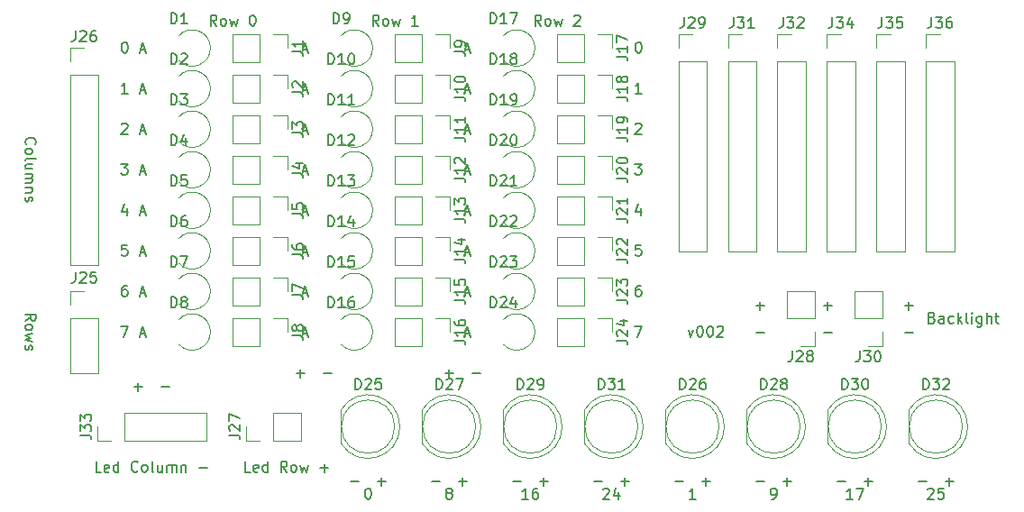
<source format=gbr>
G04 #@! TF.GenerationSoftware,KiCad,Pcbnew,(5.1.2-1)-1*
G04 #@! TF.CreationDate,2019-08-12T18:50:58+10:00*
G04 #@! TF.ProjectId,SmallPCB,536d616c-6c50-4434-922e-6b696361645f,rev?*
G04 #@! TF.SameCoordinates,Original*
G04 #@! TF.FileFunction,Legend,Top*
G04 #@! TF.FilePolarity,Positive*
%FSLAX46Y46*%
G04 Gerber Fmt 4.6, Leading zero omitted, Abs format (unit mm)*
G04 Created by KiCad (PCBNEW (5.1.2-1)-1) date 2019-08-12 18:50:58*
%MOMM*%
%LPD*%
G04 APERTURE LIST*
%ADD10C,0.150000*%
%ADD11C,0.120000*%
G04 APERTURE END LIST*
D10*
X50347619Y-71318571D02*
X50823809Y-70985238D01*
X50347619Y-70747142D02*
X51347619Y-70747142D01*
X51347619Y-71128095D01*
X51300000Y-71223333D01*
X51252380Y-71270952D01*
X51157142Y-71318571D01*
X51014285Y-71318571D01*
X50919047Y-71270952D01*
X50871428Y-71223333D01*
X50823809Y-71128095D01*
X50823809Y-70747142D01*
X50347619Y-71890000D02*
X50395238Y-71794761D01*
X50442857Y-71747142D01*
X50538095Y-71699523D01*
X50823809Y-71699523D01*
X50919047Y-71747142D01*
X50966666Y-71794761D01*
X51014285Y-71890000D01*
X51014285Y-72032857D01*
X50966666Y-72128095D01*
X50919047Y-72175714D01*
X50823809Y-72223333D01*
X50538095Y-72223333D01*
X50442857Y-72175714D01*
X50395238Y-72128095D01*
X50347619Y-72032857D01*
X50347619Y-71890000D01*
X51014285Y-72556666D02*
X50347619Y-72747142D01*
X50823809Y-72937619D01*
X50347619Y-73128095D01*
X51014285Y-73318571D01*
X50395238Y-73651904D02*
X50347619Y-73747142D01*
X50347619Y-73937619D01*
X50395238Y-74032857D01*
X50490476Y-74080476D01*
X50538095Y-74080476D01*
X50633333Y-74032857D01*
X50680952Y-73937619D01*
X50680952Y-73794761D01*
X50728571Y-73699523D01*
X50823809Y-73651904D01*
X50871428Y-73651904D01*
X50966666Y-73699523D01*
X51014285Y-73794761D01*
X51014285Y-73937619D01*
X50966666Y-74032857D01*
X50442857Y-54769047D02*
X50395238Y-54721428D01*
X50347619Y-54578571D01*
X50347619Y-54483333D01*
X50395238Y-54340476D01*
X50490476Y-54245238D01*
X50585714Y-54197619D01*
X50776190Y-54150000D01*
X50919047Y-54150000D01*
X51109523Y-54197619D01*
X51204761Y-54245238D01*
X51300000Y-54340476D01*
X51347619Y-54483333D01*
X51347619Y-54578571D01*
X51300000Y-54721428D01*
X51252380Y-54769047D01*
X50347619Y-55340476D02*
X50395238Y-55245238D01*
X50442857Y-55197619D01*
X50538095Y-55150000D01*
X50823809Y-55150000D01*
X50919047Y-55197619D01*
X50966666Y-55245238D01*
X51014285Y-55340476D01*
X51014285Y-55483333D01*
X50966666Y-55578571D01*
X50919047Y-55626190D01*
X50823809Y-55673809D01*
X50538095Y-55673809D01*
X50442857Y-55626190D01*
X50395238Y-55578571D01*
X50347619Y-55483333D01*
X50347619Y-55340476D01*
X50347619Y-56245238D02*
X50395238Y-56150000D01*
X50490476Y-56102380D01*
X51347619Y-56102380D01*
X51014285Y-57054761D02*
X50347619Y-57054761D01*
X51014285Y-56626190D02*
X50490476Y-56626190D01*
X50395238Y-56673809D01*
X50347619Y-56769047D01*
X50347619Y-56911904D01*
X50395238Y-57007142D01*
X50442857Y-57054761D01*
X50347619Y-57530952D02*
X51014285Y-57530952D01*
X50919047Y-57530952D02*
X50966666Y-57578571D01*
X51014285Y-57673809D01*
X51014285Y-57816666D01*
X50966666Y-57911904D01*
X50871428Y-57959523D01*
X50347619Y-57959523D01*
X50871428Y-57959523D02*
X50966666Y-58007142D01*
X51014285Y-58102380D01*
X51014285Y-58245238D01*
X50966666Y-58340476D01*
X50871428Y-58388095D01*
X50347619Y-58388095D01*
X51014285Y-58864285D02*
X50347619Y-58864285D01*
X50919047Y-58864285D02*
X50966666Y-58911904D01*
X51014285Y-59007142D01*
X51014285Y-59149999D01*
X50966666Y-59245238D01*
X50871428Y-59292857D01*
X50347619Y-59292857D01*
X50395238Y-59721428D02*
X50347619Y-59816666D01*
X50347619Y-60007142D01*
X50395238Y-60102380D01*
X50490476Y-60150000D01*
X50538095Y-60150000D01*
X50633333Y-60102380D01*
X50680952Y-60007142D01*
X50680952Y-59864285D01*
X50728571Y-59769047D01*
X50823809Y-59721428D01*
X50871428Y-59721428D01*
X50966666Y-59769047D01*
X51014285Y-59864285D01*
X51014285Y-60007142D01*
X50966666Y-60102380D01*
X112633333Y-72175714D02*
X112871428Y-72842380D01*
X113109523Y-72175714D01*
X113680952Y-71842380D02*
X113776190Y-71842380D01*
X113871428Y-71890000D01*
X113919047Y-71937619D01*
X113966666Y-72032857D01*
X114014285Y-72223333D01*
X114014285Y-72461428D01*
X113966666Y-72651904D01*
X113919047Y-72747142D01*
X113871428Y-72794761D01*
X113776190Y-72842380D01*
X113680952Y-72842380D01*
X113585714Y-72794761D01*
X113538095Y-72747142D01*
X113490476Y-72651904D01*
X113442857Y-72461428D01*
X113442857Y-72223333D01*
X113490476Y-72032857D01*
X113538095Y-71937619D01*
X113585714Y-71890000D01*
X113680952Y-71842380D01*
X114633333Y-71842380D02*
X114728571Y-71842380D01*
X114823809Y-71890000D01*
X114871428Y-71937619D01*
X114919047Y-72032857D01*
X114966666Y-72223333D01*
X114966666Y-72461428D01*
X114919047Y-72651904D01*
X114871428Y-72747142D01*
X114823809Y-72794761D01*
X114728571Y-72842380D01*
X114633333Y-72842380D01*
X114538095Y-72794761D01*
X114490476Y-72747142D01*
X114442857Y-72651904D01*
X114395238Y-72461428D01*
X114395238Y-72223333D01*
X114442857Y-72032857D01*
X114490476Y-71937619D01*
X114538095Y-71890000D01*
X114633333Y-71842380D01*
X115347619Y-71937619D02*
X115395238Y-71890000D01*
X115490476Y-71842380D01*
X115728571Y-71842380D01*
X115823809Y-71890000D01*
X115871428Y-71937619D01*
X115919047Y-72032857D01*
X115919047Y-72128095D01*
X115871428Y-72270952D01*
X115300000Y-72842380D01*
X115919047Y-72842380D01*
X98806190Y-43632380D02*
X98472857Y-43156190D01*
X98234761Y-43632380D02*
X98234761Y-42632380D01*
X98615714Y-42632380D01*
X98710952Y-42680000D01*
X98758571Y-42727619D01*
X98806190Y-42822857D01*
X98806190Y-42965714D01*
X98758571Y-43060952D01*
X98710952Y-43108571D01*
X98615714Y-43156190D01*
X98234761Y-43156190D01*
X99377619Y-43632380D02*
X99282380Y-43584761D01*
X99234761Y-43537142D01*
X99187142Y-43441904D01*
X99187142Y-43156190D01*
X99234761Y-43060952D01*
X99282380Y-43013333D01*
X99377619Y-42965714D01*
X99520476Y-42965714D01*
X99615714Y-43013333D01*
X99663333Y-43060952D01*
X99710952Y-43156190D01*
X99710952Y-43441904D01*
X99663333Y-43537142D01*
X99615714Y-43584761D01*
X99520476Y-43632380D01*
X99377619Y-43632380D01*
X100044285Y-42965714D02*
X100234761Y-43632380D01*
X100425238Y-43156190D01*
X100615714Y-43632380D01*
X100806190Y-42965714D01*
X101901428Y-42727619D02*
X101949047Y-42680000D01*
X102044285Y-42632380D01*
X102282380Y-42632380D01*
X102377619Y-42680000D01*
X102425238Y-42727619D01*
X102472857Y-42822857D01*
X102472857Y-42918095D01*
X102425238Y-43060952D01*
X101853809Y-43632380D01*
X102472857Y-43632380D01*
X83566190Y-43632380D02*
X83232857Y-43156190D01*
X82994761Y-43632380D02*
X82994761Y-42632380D01*
X83375714Y-42632380D01*
X83470952Y-42680000D01*
X83518571Y-42727619D01*
X83566190Y-42822857D01*
X83566190Y-42965714D01*
X83518571Y-43060952D01*
X83470952Y-43108571D01*
X83375714Y-43156190D01*
X82994761Y-43156190D01*
X84137619Y-43632380D02*
X84042380Y-43584761D01*
X83994761Y-43537142D01*
X83947142Y-43441904D01*
X83947142Y-43156190D01*
X83994761Y-43060952D01*
X84042380Y-43013333D01*
X84137619Y-42965714D01*
X84280476Y-42965714D01*
X84375714Y-43013333D01*
X84423333Y-43060952D01*
X84470952Y-43156190D01*
X84470952Y-43441904D01*
X84423333Y-43537142D01*
X84375714Y-43584761D01*
X84280476Y-43632380D01*
X84137619Y-43632380D01*
X84804285Y-42965714D02*
X84994761Y-43632380D01*
X85185238Y-43156190D01*
X85375714Y-43632380D01*
X85566190Y-42965714D01*
X87232857Y-43632380D02*
X86661428Y-43632380D01*
X86947142Y-43632380D02*
X86947142Y-42632380D01*
X86851904Y-42775238D01*
X86756666Y-42870476D01*
X86661428Y-42918095D01*
X68326190Y-43632380D02*
X67992857Y-43156190D01*
X67754761Y-43632380D02*
X67754761Y-42632380D01*
X68135714Y-42632380D01*
X68230952Y-42680000D01*
X68278571Y-42727619D01*
X68326190Y-42822857D01*
X68326190Y-42965714D01*
X68278571Y-43060952D01*
X68230952Y-43108571D01*
X68135714Y-43156190D01*
X67754761Y-43156190D01*
X68897619Y-43632380D02*
X68802380Y-43584761D01*
X68754761Y-43537142D01*
X68707142Y-43441904D01*
X68707142Y-43156190D01*
X68754761Y-43060952D01*
X68802380Y-43013333D01*
X68897619Y-42965714D01*
X69040476Y-42965714D01*
X69135714Y-43013333D01*
X69183333Y-43060952D01*
X69230952Y-43156190D01*
X69230952Y-43441904D01*
X69183333Y-43537142D01*
X69135714Y-43584761D01*
X69040476Y-43632380D01*
X68897619Y-43632380D01*
X69564285Y-42965714D02*
X69754761Y-43632380D01*
X69945238Y-43156190D01*
X70135714Y-43632380D01*
X70326190Y-42965714D01*
X71659523Y-42632380D02*
X71754761Y-42632380D01*
X71850000Y-42680000D01*
X71897619Y-42727619D01*
X71945238Y-42822857D01*
X71992857Y-43013333D01*
X71992857Y-43251428D01*
X71945238Y-43441904D01*
X71897619Y-43537142D01*
X71850000Y-43584761D01*
X71754761Y-43632380D01*
X71659523Y-43632380D01*
X71564285Y-43584761D01*
X71516666Y-43537142D01*
X71469047Y-43441904D01*
X71421428Y-43251428D01*
X71421428Y-43013333D01*
X71469047Y-42822857D01*
X71516666Y-42727619D01*
X71564285Y-42680000D01*
X71659523Y-42632380D01*
X107664285Y-52887619D02*
X107711904Y-52840000D01*
X107807142Y-52792380D01*
X108045238Y-52792380D01*
X108140476Y-52840000D01*
X108188095Y-52887619D01*
X108235714Y-52982857D01*
X108235714Y-53078095D01*
X108188095Y-53220952D01*
X107616666Y-53792380D01*
X108235714Y-53792380D01*
X107902380Y-45172380D02*
X107997619Y-45172380D01*
X108092857Y-45220000D01*
X108140476Y-45267619D01*
X108188095Y-45362857D01*
X108235714Y-45553333D01*
X108235714Y-45791428D01*
X108188095Y-45981904D01*
X108140476Y-46077142D01*
X108092857Y-46124761D01*
X107997619Y-46172380D01*
X107902380Y-46172380D01*
X107807142Y-46124761D01*
X107759523Y-46077142D01*
X107711904Y-45981904D01*
X107664285Y-45791428D01*
X107664285Y-45553333D01*
X107711904Y-45362857D01*
X107759523Y-45267619D01*
X107807142Y-45220000D01*
X107902380Y-45172380D01*
X107616666Y-71842380D02*
X108283333Y-71842380D01*
X107854761Y-72842380D01*
X108235714Y-49982380D02*
X107664285Y-49982380D01*
X107950000Y-49982380D02*
X107950000Y-48982380D01*
X107854761Y-49125238D01*
X107759523Y-49220476D01*
X107664285Y-49268095D01*
X108140476Y-68032380D02*
X107950000Y-68032380D01*
X107854761Y-68080000D01*
X107807142Y-68127619D01*
X107711904Y-68270476D01*
X107664285Y-68460952D01*
X107664285Y-68841904D01*
X107711904Y-68937142D01*
X107759523Y-68984761D01*
X107854761Y-69032380D01*
X108045238Y-69032380D01*
X108140476Y-68984761D01*
X108188095Y-68937142D01*
X108235714Y-68841904D01*
X108235714Y-68603809D01*
X108188095Y-68508571D01*
X108140476Y-68460952D01*
X108045238Y-68413333D01*
X107854761Y-68413333D01*
X107759523Y-68460952D01*
X107711904Y-68508571D01*
X107664285Y-68603809D01*
X108188095Y-64222380D02*
X107711904Y-64222380D01*
X107664285Y-64698571D01*
X107711904Y-64650952D01*
X107807142Y-64603333D01*
X108045238Y-64603333D01*
X108140476Y-64650952D01*
X108188095Y-64698571D01*
X108235714Y-64793809D01*
X108235714Y-65031904D01*
X108188095Y-65127142D01*
X108140476Y-65174761D01*
X108045238Y-65222380D01*
X107807142Y-65222380D01*
X107711904Y-65174761D01*
X107664285Y-65127142D01*
X108140476Y-60745714D02*
X108140476Y-61412380D01*
X107902380Y-60364761D02*
X107664285Y-61079047D01*
X108283333Y-61079047D01*
X107616666Y-56602380D02*
X108235714Y-56602380D01*
X107902380Y-56983333D01*
X108045238Y-56983333D01*
X108140476Y-57030952D01*
X108188095Y-57078571D01*
X108235714Y-57173809D01*
X108235714Y-57411904D01*
X108188095Y-57507142D01*
X108140476Y-57554761D01*
X108045238Y-57602380D01*
X107759523Y-57602380D01*
X107664285Y-57554761D01*
X107616666Y-57507142D01*
X59356666Y-71842380D02*
X60023333Y-71842380D01*
X59594761Y-72842380D01*
X59880476Y-68032380D02*
X59690000Y-68032380D01*
X59594761Y-68080000D01*
X59547142Y-68127619D01*
X59451904Y-68270476D01*
X59404285Y-68460952D01*
X59404285Y-68841904D01*
X59451904Y-68937142D01*
X59499523Y-68984761D01*
X59594761Y-69032380D01*
X59785238Y-69032380D01*
X59880476Y-68984761D01*
X59928095Y-68937142D01*
X59975714Y-68841904D01*
X59975714Y-68603809D01*
X59928095Y-68508571D01*
X59880476Y-68460952D01*
X59785238Y-68413333D01*
X59594761Y-68413333D01*
X59499523Y-68460952D01*
X59451904Y-68508571D01*
X59404285Y-68603809D01*
X59928095Y-64222380D02*
X59451904Y-64222380D01*
X59404285Y-64698571D01*
X59451904Y-64650952D01*
X59547142Y-64603333D01*
X59785238Y-64603333D01*
X59880476Y-64650952D01*
X59928095Y-64698571D01*
X59975714Y-64793809D01*
X59975714Y-65031904D01*
X59928095Y-65127142D01*
X59880476Y-65174761D01*
X59785238Y-65222380D01*
X59547142Y-65222380D01*
X59451904Y-65174761D01*
X59404285Y-65127142D01*
X59880476Y-60745714D02*
X59880476Y-61412380D01*
X59642380Y-60364761D02*
X59404285Y-61079047D01*
X60023333Y-61079047D01*
X59356666Y-56602380D02*
X59975714Y-56602380D01*
X59642380Y-56983333D01*
X59785238Y-56983333D01*
X59880476Y-57030952D01*
X59928095Y-57078571D01*
X59975714Y-57173809D01*
X59975714Y-57411904D01*
X59928095Y-57507142D01*
X59880476Y-57554761D01*
X59785238Y-57602380D01*
X59499523Y-57602380D01*
X59404285Y-57554761D01*
X59356666Y-57507142D01*
X59404285Y-52887619D02*
X59451904Y-52840000D01*
X59547142Y-52792380D01*
X59785238Y-52792380D01*
X59880476Y-52840000D01*
X59928095Y-52887619D01*
X59975714Y-52982857D01*
X59975714Y-53078095D01*
X59928095Y-53220952D01*
X59356666Y-53792380D01*
X59975714Y-53792380D01*
X59975714Y-49982380D02*
X59404285Y-49982380D01*
X59690000Y-49982380D02*
X59690000Y-48982380D01*
X59594761Y-49125238D01*
X59499523Y-49220476D01*
X59404285Y-49268095D01*
X59642380Y-45172380D02*
X59737619Y-45172380D01*
X59832857Y-45220000D01*
X59880476Y-45267619D01*
X59928095Y-45362857D01*
X59975714Y-45553333D01*
X59975714Y-45791428D01*
X59928095Y-45981904D01*
X59880476Y-46077142D01*
X59832857Y-46124761D01*
X59737619Y-46172380D01*
X59642380Y-46172380D01*
X59547142Y-46124761D01*
X59499523Y-46077142D01*
X59451904Y-45981904D01*
X59404285Y-45791428D01*
X59404285Y-45553333D01*
X59451904Y-45362857D01*
X59499523Y-45267619D01*
X59547142Y-45220000D01*
X59642380Y-45172380D01*
X92329047Y-76271428D02*
X93090952Y-76271428D01*
X89789047Y-76271428D02*
X90550952Y-76271428D01*
X90170000Y-76652380D02*
X90170000Y-75890476D01*
X78359047Y-76271428D02*
X79120952Y-76271428D01*
X75819047Y-76271428D02*
X76580952Y-76271428D01*
X76200000Y-76652380D02*
X76200000Y-75890476D01*
X63119047Y-77541428D02*
X63880952Y-77541428D01*
X60579047Y-77541428D02*
X61340952Y-77541428D01*
X60960000Y-77922380D02*
X60960000Y-77160476D01*
X71501428Y-85542380D02*
X71025238Y-85542380D01*
X71025238Y-84542380D01*
X72215714Y-85494761D02*
X72120476Y-85542380D01*
X71930000Y-85542380D01*
X71834761Y-85494761D01*
X71787142Y-85399523D01*
X71787142Y-85018571D01*
X71834761Y-84923333D01*
X71930000Y-84875714D01*
X72120476Y-84875714D01*
X72215714Y-84923333D01*
X72263333Y-85018571D01*
X72263333Y-85113809D01*
X71787142Y-85209047D01*
X73120476Y-85542380D02*
X73120476Y-84542380D01*
X73120476Y-85494761D02*
X73025238Y-85542380D01*
X72834761Y-85542380D01*
X72739523Y-85494761D01*
X72691904Y-85447142D01*
X72644285Y-85351904D01*
X72644285Y-85066190D01*
X72691904Y-84970952D01*
X72739523Y-84923333D01*
X72834761Y-84875714D01*
X73025238Y-84875714D01*
X73120476Y-84923333D01*
X74930000Y-85542380D02*
X74596666Y-85066190D01*
X74358571Y-85542380D02*
X74358571Y-84542380D01*
X74739523Y-84542380D01*
X74834761Y-84590000D01*
X74882380Y-84637619D01*
X74930000Y-84732857D01*
X74930000Y-84875714D01*
X74882380Y-84970952D01*
X74834761Y-85018571D01*
X74739523Y-85066190D01*
X74358571Y-85066190D01*
X75501428Y-85542380D02*
X75406190Y-85494761D01*
X75358571Y-85447142D01*
X75310952Y-85351904D01*
X75310952Y-85066190D01*
X75358571Y-84970952D01*
X75406190Y-84923333D01*
X75501428Y-84875714D01*
X75644285Y-84875714D01*
X75739523Y-84923333D01*
X75787142Y-84970952D01*
X75834761Y-85066190D01*
X75834761Y-85351904D01*
X75787142Y-85447142D01*
X75739523Y-85494761D01*
X75644285Y-85542380D01*
X75501428Y-85542380D01*
X76168095Y-84875714D02*
X76358571Y-85542380D01*
X76549047Y-85066190D01*
X76739523Y-85542380D01*
X76930000Y-84875714D01*
X78072857Y-85161428D02*
X78834761Y-85161428D01*
X78453809Y-85542380D02*
X78453809Y-84780476D01*
X57491904Y-85542380D02*
X57015714Y-85542380D01*
X57015714Y-84542380D01*
X58206190Y-85494761D02*
X58110952Y-85542380D01*
X57920476Y-85542380D01*
X57825238Y-85494761D01*
X57777619Y-85399523D01*
X57777619Y-85018571D01*
X57825238Y-84923333D01*
X57920476Y-84875714D01*
X58110952Y-84875714D01*
X58206190Y-84923333D01*
X58253809Y-85018571D01*
X58253809Y-85113809D01*
X57777619Y-85209047D01*
X59110952Y-85542380D02*
X59110952Y-84542380D01*
X59110952Y-85494761D02*
X59015714Y-85542380D01*
X58825238Y-85542380D01*
X58730000Y-85494761D01*
X58682380Y-85447142D01*
X58634761Y-85351904D01*
X58634761Y-85066190D01*
X58682380Y-84970952D01*
X58730000Y-84923333D01*
X58825238Y-84875714D01*
X59015714Y-84875714D01*
X59110952Y-84923333D01*
X60920476Y-85447142D02*
X60872857Y-85494761D01*
X60730000Y-85542380D01*
X60634761Y-85542380D01*
X60491904Y-85494761D01*
X60396666Y-85399523D01*
X60349047Y-85304285D01*
X60301428Y-85113809D01*
X60301428Y-84970952D01*
X60349047Y-84780476D01*
X60396666Y-84685238D01*
X60491904Y-84590000D01*
X60634761Y-84542380D01*
X60730000Y-84542380D01*
X60872857Y-84590000D01*
X60920476Y-84637619D01*
X61491904Y-85542380D02*
X61396666Y-85494761D01*
X61349047Y-85447142D01*
X61301428Y-85351904D01*
X61301428Y-85066190D01*
X61349047Y-84970952D01*
X61396666Y-84923333D01*
X61491904Y-84875714D01*
X61634761Y-84875714D01*
X61730000Y-84923333D01*
X61777619Y-84970952D01*
X61825238Y-85066190D01*
X61825238Y-85351904D01*
X61777619Y-85447142D01*
X61730000Y-85494761D01*
X61634761Y-85542380D01*
X61491904Y-85542380D01*
X62396666Y-85542380D02*
X62301428Y-85494761D01*
X62253809Y-85399523D01*
X62253809Y-84542380D01*
X63206190Y-84875714D02*
X63206190Y-85542380D01*
X62777619Y-84875714D02*
X62777619Y-85399523D01*
X62825238Y-85494761D01*
X62920476Y-85542380D01*
X63063333Y-85542380D01*
X63158571Y-85494761D01*
X63206190Y-85447142D01*
X63682380Y-85542380D02*
X63682380Y-84875714D01*
X63682380Y-84970952D02*
X63730000Y-84923333D01*
X63825238Y-84875714D01*
X63968095Y-84875714D01*
X64063333Y-84923333D01*
X64110952Y-85018571D01*
X64110952Y-85542380D01*
X64110952Y-85018571D02*
X64158571Y-84923333D01*
X64253809Y-84875714D01*
X64396666Y-84875714D01*
X64491904Y-84923333D01*
X64539523Y-85018571D01*
X64539523Y-85542380D01*
X65015714Y-84875714D02*
X65015714Y-85542380D01*
X65015714Y-84970952D02*
X65063333Y-84923333D01*
X65158571Y-84875714D01*
X65301428Y-84875714D01*
X65396666Y-84923333D01*
X65444285Y-85018571D01*
X65444285Y-85542380D01*
X66682380Y-85161428D02*
X67444285Y-85161428D01*
X135128095Y-87177619D02*
X135175714Y-87130000D01*
X135270952Y-87082380D01*
X135509047Y-87082380D01*
X135604285Y-87130000D01*
X135651904Y-87177619D01*
X135699523Y-87272857D01*
X135699523Y-87368095D01*
X135651904Y-87510952D01*
X135080476Y-88082380D01*
X135699523Y-88082380D01*
X136604285Y-87082380D02*
X136128095Y-87082380D01*
X136080476Y-87558571D01*
X136128095Y-87510952D01*
X136223333Y-87463333D01*
X136461428Y-87463333D01*
X136556666Y-87510952D01*
X136604285Y-87558571D01*
X136651904Y-87653809D01*
X136651904Y-87891904D01*
X136604285Y-87987142D01*
X136556666Y-88034761D01*
X136461428Y-88082380D01*
X136223333Y-88082380D01*
X136128095Y-88034761D01*
X136080476Y-87987142D01*
X128079523Y-88082380D02*
X127508095Y-88082380D01*
X127793809Y-88082380D02*
X127793809Y-87082380D01*
X127698571Y-87225238D01*
X127603333Y-87320476D01*
X127508095Y-87368095D01*
X128412857Y-87082380D02*
X129079523Y-87082380D01*
X128650952Y-88082380D01*
X120459523Y-88082380D02*
X120650000Y-88082380D01*
X120745238Y-88034761D01*
X120792857Y-87987142D01*
X120888095Y-87844285D01*
X120935714Y-87653809D01*
X120935714Y-87272857D01*
X120888095Y-87177619D01*
X120840476Y-87130000D01*
X120745238Y-87082380D01*
X120554761Y-87082380D01*
X120459523Y-87130000D01*
X120411904Y-87177619D01*
X120364285Y-87272857D01*
X120364285Y-87510952D01*
X120411904Y-87606190D01*
X120459523Y-87653809D01*
X120554761Y-87701428D01*
X120745238Y-87701428D01*
X120840476Y-87653809D01*
X120888095Y-87606190D01*
X120935714Y-87510952D01*
X113315714Y-88082380D02*
X112744285Y-88082380D01*
X113030000Y-88082380D02*
X113030000Y-87082380D01*
X112934761Y-87225238D01*
X112839523Y-87320476D01*
X112744285Y-87368095D01*
X104648095Y-87177619D02*
X104695714Y-87130000D01*
X104790952Y-87082380D01*
X105029047Y-87082380D01*
X105124285Y-87130000D01*
X105171904Y-87177619D01*
X105219523Y-87272857D01*
X105219523Y-87368095D01*
X105171904Y-87510952D01*
X104600476Y-88082380D01*
X105219523Y-88082380D01*
X106076666Y-87415714D02*
X106076666Y-88082380D01*
X105838571Y-87034761D02*
X105600476Y-87749047D01*
X106219523Y-87749047D01*
X97599523Y-88082380D02*
X97028095Y-88082380D01*
X97313809Y-88082380D02*
X97313809Y-87082380D01*
X97218571Y-87225238D01*
X97123333Y-87320476D01*
X97028095Y-87368095D01*
X98456666Y-87082380D02*
X98266190Y-87082380D01*
X98170952Y-87130000D01*
X98123333Y-87177619D01*
X98028095Y-87320476D01*
X97980476Y-87510952D01*
X97980476Y-87891904D01*
X98028095Y-87987142D01*
X98075714Y-88034761D01*
X98170952Y-88082380D01*
X98361428Y-88082380D01*
X98456666Y-88034761D01*
X98504285Y-87987142D01*
X98551904Y-87891904D01*
X98551904Y-87653809D01*
X98504285Y-87558571D01*
X98456666Y-87510952D01*
X98361428Y-87463333D01*
X98170952Y-87463333D01*
X98075714Y-87510952D01*
X98028095Y-87558571D01*
X97980476Y-87653809D01*
X90074761Y-87510952D02*
X89979523Y-87463333D01*
X89931904Y-87415714D01*
X89884285Y-87320476D01*
X89884285Y-87272857D01*
X89931904Y-87177619D01*
X89979523Y-87130000D01*
X90074761Y-87082380D01*
X90265238Y-87082380D01*
X90360476Y-87130000D01*
X90408095Y-87177619D01*
X90455714Y-87272857D01*
X90455714Y-87320476D01*
X90408095Y-87415714D01*
X90360476Y-87463333D01*
X90265238Y-87510952D01*
X90074761Y-87510952D01*
X89979523Y-87558571D01*
X89931904Y-87606190D01*
X89884285Y-87701428D01*
X89884285Y-87891904D01*
X89931904Y-87987142D01*
X89979523Y-88034761D01*
X90074761Y-88082380D01*
X90265238Y-88082380D01*
X90360476Y-88034761D01*
X90408095Y-87987142D01*
X90455714Y-87891904D01*
X90455714Y-87701428D01*
X90408095Y-87606190D01*
X90360476Y-87558571D01*
X90265238Y-87510952D01*
X82502380Y-87082380D02*
X82597619Y-87082380D01*
X82692857Y-87130000D01*
X82740476Y-87177619D01*
X82788095Y-87272857D01*
X82835714Y-87463333D01*
X82835714Y-87701428D01*
X82788095Y-87891904D01*
X82740476Y-87987142D01*
X82692857Y-88034761D01*
X82597619Y-88082380D01*
X82502380Y-88082380D01*
X82407142Y-88034761D01*
X82359523Y-87987142D01*
X82311904Y-87891904D01*
X82264285Y-87701428D01*
X82264285Y-87463333D01*
X82311904Y-87272857D01*
X82359523Y-87177619D01*
X82407142Y-87130000D01*
X82502380Y-87082380D01*
X135525238Y-71048571D02*
X135668095Y-71096190D01*
X135715714Y-71143809D01*
X135763333Y-71239047D01*
X135763333Y-71381904D01*
X135715714Y-71477142D01*
X135668095Y-71524761D01*
X135572857Y-71572380D01*
X135191904Y-71572380D01*
X135191904Y-70572380D01*
X135525238Y-70572380D01*
X135620476Y-70620000D01*
X135668095Y-70667619D01*
X135715714Y-70762857D01*
X135715714Y-70858095D01*
X135668095Y-70953333D01*
X135620476Y-71000952D01*
X135525238Y-71048571D01*
X135191904Y-71048571D01*
X136620476Y-71572380D02*
X136620476Y-71048571D01*
X136572857Y-70953333D01*
X136477619Y-70905714D01*
X136287142Y-70905714D01*
X136191904Y-70953333D01*
X136620476Y-71524761D02*
X136525238Y-71572380D01*
X136287142Y-71572380D01*
X136191904Y-71524761D01*
X136144285Y-71429523D01*
X136144285Y-71334285D01*
X136191904Y-71239047D01*
X136287142Y-71191428D01*
X136525238Y-71191428D01*
X136620476Y-71143809D01*
X137525238Y-71524761D02*
X137430000Y-71572380D01*
X137239523Y-71572380D01*
X137144285Y-71524761D01*
X137096666Y-71477142D01*
X137049047Y-71381904D01*
X137049047Y-71096190D01*
X137096666Y-71000952D01*
X137144285Y-70953333D01*
X137239523Y-70905714D01*
X137430000Y-70905714D01*
X137525238Y-70953333D01*
X137953809Y-71572380D02*
X137953809Y-70572380D01*
X138049047Y-71191428D02*
X138334761Y-71572380D01*
X138334761Y-70905714D02*
X137953809Y-71286666D01*
X138906190Y-71572380D02*
X138810952Y-71524761D01*
X138763333Y-71429523D01*
X138763333Y-70572380D01*
X139287142Y-71572380D02*
X139287142Y-70905714D01*
X139287142Y-70572380D02*
X139239523Y-70620000D01*
X139287142Y-70667619D01*
X139334761Y-70620000D01*
X139287142Y-70572380D01*
X139287142Y-70667619D01*
X140191904Y-70905714D02*
X140191904Y-71715238D01*
X140144285Y-71810476D01*
X140096666Y-71858095D01*
X140001428Y-71905714D01*
X139858571Y-71905714D01*
X139763333Y-71858095D01*
X140191904Y-71524761D02*
X140096666Y-71572380D01*
X139906190Y-71572380D01*
X139810952Y-71524761D01*
X139763333Y-71477142D01*
X139715714Y-71381904D01*
X139715714Y-71096190D01*
X139763333Y-71000952D01*
X139810952Y-70953333D01*
X139906190Y-70905714D01*
X140096666Y-70905714D01*
X140191904Y-70953333D01*
X140668095Y-71572380D02*
X140668095Y-70572380D01*
X141096666Y-71572380D02*
X141096666Y-71048571D01*
X141049047Y-70953333D01*
X140953809Y-70905714D01*
X140810952Y-70905714D01*
X140715714Y-70953333D01*
X140668095Y-71000952D01*
X141430000Y-70905714D02*
X141810952Y-70905714D01*
X141572857Y-70572380D02*
X141572857Y-71429523D01*
X141620476Y-71524761D01*
X141715714Y-71572380D01*
X141810952Y-71572380D01*
X134239047Y-86431428D02*
X135000952Y-86431428D01*
X136779047Y-86431428D02*
X137540952Y-86431428D01*
X137160000Y-86812380D02*
X137160000Y-86050476D01*
X129159047Y-86431428D02*
X129920952Y-86431428D01*
X129540000Y-86812380D02*
X129540000Y-86050476D01*
X126619047Y-86431428D02*
X127380952Y-86431428D01*
X121539047Y-86431428D02*
X122300952Y-86431428D01*
X121920000Y-86812380D02*
X121920000Y-86050476D01*
X118999047Y-86431428D02*
X119760952Y-86431428D01*
X113919047Y-86431428D02*
X114680952Y-86431428D01*
X114300000Y-86812380D02*
X114300000Y-86050476D01*
X111379047Y-86431428D02*
X112140952Y-86431428D01*
X106299047Y-86431428D02*
X107060952Y-86431428D01*
X106680000Y-86812380D02*
X106680000Y-86050476D01*
X103759047Y-86431428D02*
X104520952Y-86431428D01*
X98679047Y-86431428D02*
X99440952Y-86431428D01*
X99060000Y-86812380D02*
X99060000Y-86050476D01*
X96139047Y-86431428D02*
X96900952Y-86431428D01*
X88519047Y-86431428D02*
X89280952Y-86431428D01*
X91059047Y-86431428D02*
X91820952Y-86431428D01*
X91440000Y-86812380D02*
X91440000Y-86050476D01*
X83439047Y-86431428D02*
X84200952Y-86431428D01*
X83820000Y-86812380D02*
X83820000Y-86050476D01*
X80899047Y-86431428D02*
X81660952Y-86431428D01*
X132969047Y-72461428D02*
X133730952Y-72461428D01*
X125349047Y-72461428D02*
X126110952Y-72461428D01*
X118999047Y-72461428D02*
X119760952Y-72461428D01*
X132969047Y-69921428D02*
X133730952Y-69921428D01*
X133350000Y-70302380D02*
X133350000Y-69540476D01*
X125349047Y-69921428D02*
X126110952Y-69921428D01*
X125730000Y-70302380D02*
X125730000Y-69540476D01*
X118999047Y-69921428D02*
X119760952Y-69921428D01*
X119380000Y-70302380D02*
X119380000Y-69540476D01*
D11*
X134950000Y-44390000D02*
X136280000Y-44390000D01*
X134950000Y-45720000D02*
X134950000Y-44390000D01*
X134950000Y-46990000D02*
X137610000Y-46990000D01*
X137610000Y-46990000D02*
X137610000Y-64830000D01*
X134950000Y-46990000D02*
X134950000Y-64830000D01*
X134950000Y-64830000D02*
X137610000Y-64830000D01*
X130300000Y-44390000D02*
X131630000Y-44390000D01*
X130300000Y-45720000D02*
X130300000Y-44390000D01*
X130300000Y-46990000D02*
X132960000Y-46990000D01*
X132960000Y-46990000D02*
X132960000Y-64830000D01*
X130300000Y-46990000D02*
X130300000Y-64830000D01*
X130300000Y-64830000D02*
X132960000Y-64830000D01*
X125650000Y-44390000D02*
X126980000Y-44390000D01*
X125650000Y-45720000D02*
X125650000Y-44390000D01*
X125650000Y-46990000D02*
X128310000Y-46990000D01*
X128310000Y-46990000D02*
X128310000Y-64830000D01*
X125650000Y-46990000D02*
X125650000Y-64830000D01*
X125650000Y-64830000D02*
X128310000Y-64830000D01*
X121000000Y-44390000D02*
X122330000Y-44390000D01*
X121000000Y-45720000D02*
X121000000Y-44390000D01*
X121000000Y-46990000D02*
X123660000Y-46990000D01*
X123660000Y-46990000D02*
X123660000Y-64830000D01*
X121000000Y-46990000D02*
X121000000Y-64830000D01*
X121000000Y-64830000D02*
X123660000Y-64830000D01*
X116350000Y-44390000D02*
X117680000Y-44390000D01*
X116350000Y-45720000D02*
X116350000Y-44390000D01*
X116350000Y-46990000D02*
X119010000Y-46990000D01*
X119010000Y-46990000D02*
X119010000Y-64830000D01*
X116350000Y-46990000D02*
X116350000Y-64830000D01*
X116350000Y-64830000D02*
X119010000Y-64830000D01*
X111700000Y-44390000D02*
X113030000Y-44390000D01*
X111700000Y-45720000D02*
X111700000Y-44390000D01*
X111700000Y-46990000D02*
X114360000Y-46990000D01*
X114360000Y-46990000D02*
X114360000Y-64830000D01*
X111700000Y-46990000D02*
X111700000Y-64830000D01*
X111700000Y-64830000D02*
X114360000Y-64830000D01*
X54550000Y-68520000D02*
X55880000Y-68520000D01*
X54550000Y-69850000D02*
X54550000Y-68520000D01*
X54550000Y-71120000D02*
X57210000Y-71120000D01*
X57210000Y-71120000D02*
X57210000Y-76260000D01*
X54550000Y-71120000D02*
X54550000Y-76260000D01*
X54550000Y-76260000D02*
X57210000Y-76260000D01*
X57090000Y-82610000D02*
X57090000Y-81280000D01*
X58420000Y-82610000D02*
X57090000Y-82610000D01*
X59690000Y-82610000D02*
X59690000Y-79950000D01*
X59690000Y-79950000D02*
X67370000Y-79950000D01*
X59690000Y-82610000D02*
X67370000Y-82610000D01*
X67370000Y-82610000D02*
X67370000Y-79950000D01*
X71060000Y-82610000D02*
X71060000Y-81280000D01*
X72390000Y-82610000D02*
X71060000Y-82610000D01*
X73660000Y-82610000D02*
X73660000Y-79950000D01*
X73660000Y-79950000D02*
X76260000Y-79950000D01*
X73660000Y-82610000D02*
X76260000Y-82610000D01*
X76260000Y-82610000D02*
X76260000Y-79950000D01*
X138880000Y-81279538D02*
G75*
G02X133330000Y-82824830I-2990000J-462D01*
G01*
X138880000Y-81280462D02*
G75*
G03X133330000Y-79735170I-2990000J462D01*
G01*
X138390000Y-81280000D02*
G75*
G03X138390000Y-81280000I-2500000J0D01*
G01*
X133330000Y-79735000D02*
X133330000Y-82825000D01*
X108400000Y-81279538D02*
G75*
G02X102850000Y-82824830I-2990000J-462D01*
G01*
X108400000Y-81280462D02*
G75*
G03X102850000Y-79735170I-2990000J462D01*
G01*
X107910000Y-81280000D02*
G75*
G03X107910000Y-81280000I-2500000J0D01*
G01*
X102850000Y-79735000D02*
X102850000Y-82825000D01*
X131260000Y-81279538D02*
G75*
G02X125710000Y-82824830I-2990000J-462D01*
G01*
X131260000Y-81280462D02*
G75*
G03X125710000Y-79735170I-2990000J462D01*
G01*
X130770000Y-81280000D02*
G75*
G03X130770000Y-81280000I-2500000J0D01*
G01*
X125710000Y-79735000D02*
X125710000Y-82825000D01*
X100780000Y-81279538D02*
G75*
G02X95230000Y-82824830I-2990000J-462D01*
G01*
X100780000Y-81280462D02*
G75*
G03X95230000Y-79735170I-2990000J462D01*
G01*
X100290000Y-81280000D02*
G75*
G03X100290000Y-81280000I-2500000J0D01*
G01*
X95230000Y-79735000D02*
X95230000Y-82825000D01*
X123640000Y-81279538D02*
G75*
G02X118090000Y-82824830I-2990000J-462D01*
G01*
X123640000Y-81280462D02*
G75*
G03X118090000Y-79735170I-2990000J462D01*
G01*
X123150000Y-81280000D02*
G75*
G03X123150000Y-81280000I-2500000J0D01*
G01*
X118090000Y-79735000D02*
X118090000Y-82825000D01*
X93160000Y-81279538D02*
G75*
G02X87610000Y-82824830I-2990000J-462D01*
G01*
X93160000Y-81280462D02*
G75*
G03X87610000Y-79735170I-2990000J462D01*
G01*
X92670000Y-81280000D02*
G75*
G03X92670000Y-81280000I-2500000J0D01*
G01*
X87610000Y-79735000D02*
X87610000Y-82825000D01*
X116020000Y-81279538D02*
G75*
G02X110470000Y-82824830I-2990000J-462D01*
G01*
X116020000Y-81280462D02*
G75*
G03X110470000Y-79735170I-2990000J462D01*
G01*
X115530000Y-81280000D02*
G75*
G03X115530000Y-81280000I-2500000J0D01*
G01*
X110470000Y-79735000D02*
X110470000Y-82825000D01*
X85540000Y-81279538D02*
G75*
G02X79990000Y-82824830I-2990000J-462D01*
G01*
X85540000Y-81280462D02*
G75*
G03X79990000Y-79735170I-2990000J462D01*
G01*
X85050000Y-81280000D02*
G75*
G03X85050000Y-81280000I-2500000J0D01*
G01*
X79990000Y-79735000D02*
X79990000Y-82825000D01*
X105470000Y-71060000D02*
X105470000Y-72390000D01*
X104140000Y-71060000D02*
X105470000Y-71060000D01*
X102870000Y-71060000D02*
X102870000Y-73720000D01*
X102870000Y-73720000D02*
X100270000Y-73720000D01*
X102870000Y-71060000D02*
X100270000Y-71060000D01*
X100270000Y-71060000D02*
X100270000Y-73720000D01*
X105470000Y-67250000D02*
X105470000Y-68580000D01*
X104140000Y-67250000D02*
X105470000Y-67250000D01*
X102870000Y-67250000D02*
X102870000Y-69910000D01*
X102870000Y-69910000D02*
X100270000Y-69910000D01*
X102870000Y-67250000D02*
X100270000Y-67250000D01*
X100270000Y-67250000D02*
X100270000Y-69910000D01*
X105470000Y-63440000D02*
X105470000Y-64770000D01*
X104140000Y-63440000D02*
X105470000Y-63440000D01*
X102870000Y-63440000D02*
X102870000Y-66100000D01*
X102870000Y-66100000D02*
X100270000Y-66100000D01*
X102870000Y-63440000D02*
X100270000Y-63440000D01*
X100270000Y-63440000D02*
X100270000Y-66100000D01*
X105470000Y-59630000D02*
X105470000Y-60960000D01*
X104140000Y-59630000D02*
X105470000Y-59630000D01*
X102870000Y-59630000D02*
X102870000Y-62290000D01*
X102870000Y-62290000D02*
X100270000Y-62290000D01*
X102870000Y-59630000D02*
X100270000Y-59630000D01*
X100270000Y-59630000D02*
X100270000Y-62290000D01*
X105470000Y-55820000D02*
X105470000Y-57150000D01*
X104140000Y-55820000D02*
X105470000Y-55820000D01*
X102870000Y-55820000D02*
X102870000Y-58480000D01*
X102870000Y-58480000D02*
X100270000Y-58480000D01*
X102870000Y-55820000D02*
X100270000Y-55820000D01*
X100270000Y-55820000D02*
X100270000Y-58480000D01*
X105470000Y-52010000D02*
X105470000Y-53340000D01*
X104140000Y-52010000D02*
X105470000Y-52010000D01*
X102870000Y-52010000D02*
X102870000Y-54670000D01*
X102870000Y-54670000D02*
X100270000Y-54670000D01*
X102870000Y-52010000D02*
X100270000Y-52010000D01*
X100270000Y-52010000D02*
X100270000Y-54670000D01*
X105470000Y-48200000D02*
X105470000Y-49530000D01*
X104140000Y-48200000D02*
X105470000Y-48200000D01*
X102870000Y-48200000D02*
X102870000Y-50860000D01*
X102870000Y-50860000D02*
X100270000Y-50860000D01*
X102870000Y-48200000D02*
X100270000Y-48200000D01*
X100270000Y-48200000D02*
X100270000Y-50860000D01*
X105470000Y-44390000D02*
X105470000Y-45720000D01*
X104140000Y-44390000D02*
X105470000Y-44390000D01*
X102870000Y-44390000D02*
X102870000Y-47050000D01*
X102870000Y-47050000D02*
X100270000Y-47050000D01*
X102870000Y-44390000D02*
X100270000Y-44390000D01*
X100270000Y-44390000D02*
X100270000Y-47050000D01*
X95268449Y-73557366D02*
G75*
G03X95208847Y-71290000I1251551J1167366D01*
G01*
X95268449Y-69747366D02*
G75*
G03X95208847Y-67480000I1251551J1167366D01*
G01*
X95268449Y-65937366D02*
G75*
G03X95208847Y-63670000I1251551J1167366D01*
G01*
X95268449Y-62127366D02*
G75*
G03X95208847Y-59860000I1251551J1167366D01*
G01*
X95268449Y-58317366D02*
G75*
G03X95208847Y-56050000I1251551J1167366D01*
G01*
X95268449Y-54507366D02*
G75*
G03X95208847Y-52240000I1251551J1167366D01*
G01*
X95268449Y-50697366D02*
G75*
G03X95208847Y-48430000I1251551J1167366D01*
G01*
X95268449Y-46887366D02*
G75*
G03X95208847Y-44620000I1251551J1167366D01*
G01*
X90230000Y-71060000D02*
X90230000Y-72390000D01*
X88900000Y-71060000D02*
X90230000Y-71060000D01*
X87630000Y-71060000D02*
X87630000Y-73720000D01*
X87630000Y-73720000D02*
X85030000Y-73720000D01*
X87630000Y-71060000D02*
X85030000Y-71060000D01*
X85030000Y-71060000D02*
X85030000Y-73720000D01*
X90230000Y-67250000D02*
X90230000Y-68580000D01*
X88900000Y-67250000D02*
X90230000Y-67250000D01*
X87630000Y-67250000D02*
X87630000Y-69910000D01*
X87630000Y-69910000D02*
X85030000Y-69910000D01*
X87630000Y-67250000D02*
X85030000Y-67250000D01*
X85030000Y-67250000D02*
X85030000Y-69910000D01*
X90230000Y-63440000D02*
X90230000Y-64770000D01*
X88900000Y-63440000D02*
X90230000Y-63440000D01*
X87630000Y-63440000D02*
X87630000Y-66100000D01*
X87630000Y-66100000D02*
X85030000Y-66100000D01*
X87630000Y-63440000D02*
X85030000Y-63440000D01*
X85030000Y-63440000D02*
X85030000Y-66100000D01*
X90230000Y-59630000D02*
X90230000Y-60960000D01*
X88900000Y-59630000D02*
X90230000Y-59630000D01*
X87630000Y-59630000D02*
X87630000Y-62290000D01*
X87630000Y-62290000D02*
X85030000Y-62290000D01*
X87630000Y-59630000D02*
X85030000Y-59630000D01*
X85030000Y-59630000D02*
X85030000Y-62290000D01*
X90230000Y-55820000D02*
X90230000Y-57150000D01*
X88900000Y-55820000D02*
X90230000Y-55820000D01*
X87630000Y-55820000D02*
X87630000Y-58480000D01*
X87630000Y-58480000D02*
X85030000Y-58480000D01*
X87630000Y-55820000D02*
X85030000Y-55820000D01*
X85030000Y-55820000D02*
X85030000Y-58480000D01*
X90230000Y-52010000D02*
X90230000Y-53340000D01*
X88900000Y-52010000D02*
X90230000Y-52010000D01*
X87630000Y-52010000D02*
X87630000Y-54670000D01*
X87630000Y-54670000D02*
X85030000Y-54670000D01*
X87630000Y-52010000D02*
X85030000Y-52010000D01*
X85030000Y-52010000D02*
X85030000Y-54670000D01*
X90230000Y-48200000D02*
X90230000Y-49530000D01*
X88900000Y-48200000D02*
X90230000Y-48200000D01*
X87630000Y-48200000D02*
X87630000Y-50860000D01*
X87630000Y-50860000D02*
X85030000Y-50860000D01*
X87630000Y-48200000D02*
X85030000Y-48200000D01*
X85030000Y-48200000D02*
X85030000Y-50860000D01*
X90230000Y-44390000D02*
X90230000Y-45720000D01*
X88900000Y-44390000D02*
X90230000Y-44390000D01*
X87630000Y-44390000D02*
X87630000Y-47050000D01*
X87630000Y-47050000D02*
X85030000Y-47050000D01*
X87630000Y-44390000D02*
X85030000Y-44390000D01*
X85030000Y-44390000D02*
X85030000Y-47050000D01*
X80028449Y-73557366D02*
G75*
G03X79968847Y-71290000I1251551J1167366D01*
G01*
X80028449Y-69747366D02*
G75*
G03X79968847Y-67480000I1251551J1167366D01*
G01*
X80028449Y-65937366D02*
G75*
G03X79968847Y-63670000I1251551J1167366D01*
G01*
X80028449Y-62127366D02*
G75*
G03X79968847Y-59860000I1251551J1167366D01*
G01*
X80028449Y-58317366D02*
G75*
G03X79968847Y-56050000I1251551J1167366D01*
G01*
X80028449Y-54507366D02*
G75*
G03X79968847Y-52240000I1251551J1167366D01*
G01*
X80028449Y-50697366D02*
G75*
G03X79968847Y-48430000I1251551J1167366D01*
G01*
X80028449Y-46887366D02*
G75*
G03X79968847Y-44620000I1251551J1167366D01*
G01*
X130870000Y-73720000D02*
X129540000Y-73720000D01*
X130870000Y-72390000D02*
X130870000Y-73720000D01*
X130870000Y-71120000D02*
X128210000Y-71120000D01*
X128210000Y-71120000D02*
X128210000Y-68520000D01*
X130870000Y-71120000D02*
X130870000Y-68520000D01*
X130870000Y-68520000D02*
X128210000Y-68520000D01*
X124520000Y-73720000D02*
X123190000Y-73720000D01*
X124520000Y-72390000D02*
X124520000Y-73720000D01*
X124520000Y-71120000D02*
X121860000Y-71120000D01*
X121860000Y-71120000D02*
X121860000Y-68520000D01*
X124520000Y-71120000D02*
X124520000Y-68520000D01*
X124520000Y-68520000D02*
X121860000Y-68520000D01*
X54550000Y-45660000D02*
X55880000Y-45660000D01*
X54550000Y-46990000D02*
X54550000Y-45660000D01*
X54550000Y-48260000D02*
X57210000Y-48260000D01*
X57210000Y-48260000D02*
X57210000Y-66100000D01*
X54550000Y-48260000D02*
X54550000Y-66100000D01*
X54550000Y-66100000D02*
X57210000Y-66100000D01*
X74990000Y-71060000D02*
X74990000Y-72390000D01*
X73660000Y-71060000D02*
X74990000Y-71060000D01*
X72390000Y-71060000D02*
X72390000Y-73720000D01*
X72390000Y-73720000D02*
X69790000Y-73720000D01*
X72390000Y-71060000D02*
X69790000Y-71060000D01*
X69790000Y-71060000D02*
X69790000Y-73720000D01*
X74990000Y-67250000D02*
X74990000Y-68580000D01*
X73660000Y-67250000D02*
X74990000Y-67250000D01*
X72390000Y-67250000D02*
X72390000Y-69910000D01*
X72390000Y-69910000D02*
X69790000Y-69910000D01*
X72390000Y-67250000D02*
X69790000Y-67250000D01*
X69790000Y-67250000D02*
X69790000Y-69910000D01*
X74990000Y-63440000D02*
X74990000Y-64770000D01*
X73660000Y-63440000D02*
X74990000Y-63440000D01*
X72390000Y-63440000D02*
X72390000Y-66100000D01*
X72390000Y-66100000D02*
X69790000Y-66100000D01*
X72390000Y-63440000D02*
X69790000Y-63440000D01*
X69790000Y-63440000D02*
X69790000Y-66100000D01*
X74990000Y-59630000D02*
X74990000Y-60960000D01*
X73660000Y-59630000D02*
X74990000Y-59630000D01*
X72390000Y-59630000D02*
X72390000Y-62290000D01*
X72390000Y-62290000D02*
X69790000Y-62290000D01*
X72390000Y-59630000D02*
X69790000Y-59630000D01*
X69790000Y-59630000D02*
X69790000Y-62290000D01*
X74990000Y-55820000D02*
X74990000Y-57150000D01*
X73660000Y-55820000D02*
X74990000Y-55820000D01*
X72390000Y-55820000D02*
X72390000Y-58480000D01*
X72390000Y-58480000D02*
X69790000Y-58480000D01*
X72390000Y-55820000D02*
X69790000Y-55820000D01*
X69790000Y-55820000D02*
X69790000Y-58480000D01*
X74990000Y-52010000D02*
X74990000Y-53340000D01*
X73660000Y-52010000D02*
X74990000Y-52010000D01*
X72390000Y-52010000D02*
X72390000Y-54670000D01*
X72390000Y-54670000D02*
X69790000Y-54670000D01*
X72390000Y-52010000D02*
X69790000Y-52010000D01*
X69790000Y-52010000D02*
X69790000Y-54670000D01*
X74990000Y-48200000D02*
X74990000Y-49530000D01*
X73660000Y-48200000D02*
X74990000Y-48200000D01*
X72390000Y-48200000D02*
X72390000Y-50860000D01*
X72390000Y-50860000D02*
X69790000Y-50860000D01*
X72390000Y-48200000D02*
X69790000Y-48200000D01*
X69790000Y-48200000D02*
X69790000Y-50860000D01*
X74990000Y-44390000D02*
X74990000Y-45720000D01*
X73660000Y-44390000D02*
X74990000Y-44390000D01*
X72390000Y-44390000D02*
X72390000Y-47050000D01*
X72390000Y-47050000D02*
X69790000Y-47050000D01*
X72390000Y-44390000D02*
X69790000Y-44390000D01*
X69790000Y-44390000D02*
X69790000Y-47050000D01*
X64788449Y-73557366D02*
G75*
G03X64728847Y-71290000I1251551J1167366D01*
G01*
X64788449Y-69747366D02*
G75*
G03X64728847Y-67480000I1251551J1167366D01*
G01*
X64788449Y-65937366D02*
G75*
G03X64728847Y-63670000I1251551J1167366D01*
G01*
X64788449Y-62127366D02*
G75*
G03X64728847Y-59860000I1251551J1167366D01*
G01*
X64788449Y-58317366D02*
G75*
G03X64728847Y-56050000I1251551J1167366D01*
G01*
X64788449Y-54507366D02*
G75*
G03X64728847Y-52240000I1251551J1167366D01*
G01*
X64788449Y-50697366D02*
G75*
G03X64728847Y-48430000I1251551J1167366D01*
G01*
X64788449Y-46887366D02*
G75*
G03X64728847Y-44620000I1251551J1167366D01*
G01*
D10*
X135470476Y-42842380D02*
X135470476Y-43556666D01*
X135422857Y-43699523D01*
X135327619Y-43794761D01*
X135184761Y-43842380D01*
X135089523Y-43842380D01*
X135851428Y-42842380D02*
X136470476Y-42842380D01*
X136137142Y-43223333D01*
X136280000Y-43223333D01*
X136375238Y-43270952D01*
X136422857Y-43318571D01*
X136470476Y-43413809D01*
X136470476Y-43651904D01*
X136422857Y-43747142D01*
X136375238Y-43794761D01*
X136280000Y-43842380D01*
X135994285Y-43842380D01*
X135899047Y-43794761D01*
X135851428Y-43747142D01*
X137327619Y-42842380D02*
X137137142Y-42842380D01*
X137041904Y-42890000D01*
X136994285Y-42937619D01*
X136899047Y-43080476D01*
X136851428Y-43270952D01*
X136851428Y-43651904D01*
X136899047Y-43747142D01*
X136946666Y-43794761D01*
X137041904Y-43842380D01*
X137232380Y-43842380D01*
X137327619Y-43794761D01*
X137375238Y-43747142D01*
X137422857Y-43651904D01*
X137422857Y-43413809D01*
X137375238Y-43318571D01*
X137327619Y-43270952D01*
X137232380Y-43223333D01*
X137041904Y-43223333D01*
X136946666Y-43270952D01*
X136899047Y-43318571D01*
X136851428Y-43413809D01*
X130820476Y-42842380D02*
X130820476Y-43556666D01*
X130772857Y-43699523D01*
X130677619Y-43794761D01*
X130534761Y-43842380D01*
X130439523Y-43842380D01*
X131201428Y-42842380D02*
X131820476Y-42842380D01*
X131487142Y-43223333D01*
X131630000Y-43223333D01*
X131725238Y-43270952D01*
X131772857Y-43318571D01*
X131820476Y-43413809D01*
X131820476Y-43651904D01*
X131772857Y-43747142D01*
X131725238Y-43794761D01*
X131630000Y-43842380D01*
X131344285Y-43842380D01*
X131249047Y-43794761D01*
X131201428Y-43747142D01*
X132725238Y-42842380D02*
X132249047Y-42842380D01*
X132201428Y-43318571D01*
X132249047Y-43270952D01*
X132344285Y-43223333D01*
X132582380Y-43223333D01*
X132677619Y-43270952D01*
X132725238Y-43318571D01*
X132772857Y-43413809D01*
X132772857Y-43651904D01*
X132725238Y-43747142D01*
X132677619Y-43794761D01*
X132582380Y-43842380D01*
X132344285Y-43842380D01*
X132249047Y-43794761D01*
X132201428Y-43747142D01*
X126170476Y-42842380D02*
X126170476Y-43556666D01*
X126122857Y-43699523D01*
X126027619Y-43794761D01*
X125884761Y-43842380D01*
X125789523Y-43842380D01*
X126551428Y-42842380D02*
X127170476Y-42842380D01*
X126837142Y-43223333D01*
X126980000Y-43223333D01*
X127075238Y-43270952D01*
X127122857Y-43318571D01*
X127170476Y-43413809D01*
X127170476Y-43651904D01*
X127122857Y-43747142D01*
X127075238Y-43794761D01*
X126980000Y-43842380D01*
X126694285Y-43842380D01*
X126599047Y-43794761D01*
X126551428Y-43747142D01*
X128027619Y-43175714D02*
X128027619Y-43842380D01*
X127789523Y-42794761D02*
X127551428Y-43509047D01*
X128170476Y-43509047D01*
X121520476Y-42842380D02*
X121520476Y-43556666D01*
X121472857Y-43699523D01*
X121377619Y-43794761D01*
X121234761Y-43842380D01*
X121139523Y-43842380D01*
X121901428Y-42842380D02*
X122520476Y-42842380D01*
X122187142Y-43223333D01*
X122330000Y-43223333D01*
X122425238Y-43270952D01*
X122472857Y-43318571D01*
X122520476Y-43413809D01*
X122520476Y-43651904D01*
X122472857Y-43747142D01*
X122425238Y-43794761D01*
X122330000Y-43842380D01*
X122044285Y-43842380D01*
X121949047Y-43794761D01*
X121901428Y-43747142D01*
X122901428Y-42937619D02*
X122949047Y-42890000D01*
X123044285Y-42842380D01*
X123282380Y-42842380D01*
X123377619Y-42890000D01*
X123425238Y-42937619D01*
X123472857Y-43032857D01*
X123472857Y-43128095D01*
X123425238Y-43270952D01*
X122853809Y-43842380D01*
X123472857Y-43842380D01*
X116870476Y-42842380D02*
X116870476Y-43556666D01*
X116822857Y-43699523D01*
X116727619Y-43794761D01*
X116584761Y-43842380D01*
X116489523Y-43842380D01*
X117251428Y-42842380D02*
X117870476Y-42842380D01*
X117537142Y-43223333D01*
X117680000Y-43223333D01*
X117775238Y-43270952D01*
X117822857Y-43318571D01*
X117870476Y-43413809D01*
X117870476Y-43651904D01*
X117822857Y-43747142D01*
X117775238Y-43794761D01*
X117680000Y-43842380D01*
X117394285Y-43842380D01*
X117299047Y-43794761D01*
X117251428Y-43747142D01*
X118822857Y-43842380D02*
X118251428Y-43842380D01*
X118537142Y-43842380D02*
X118537142Y-42842380D01*
X118441904Y-42985238D01*
X118346666Y-43080476D01*
X118251428Y-43128095D01*
X112220476Y-42842380D02*
X112220476Y-43556666D01*
X112172857Y-43699523D01*
X112077619Y-43794761D01*
X111934761Y-43842380D01*
X111839523Y-43842380D01*
X112649047Y-42937619D02*
X112696666Y-42890000D01*
X112791904Y-42842380D01*
X113030000Y-42842380D01*
X113125238Y-42890000D01*
X113172857Y-42937619D01*
X113220476Y-43032857D01*
X113220476Y-43128095D01*
X113172857Y-43270952D01*
X112601428Y-43842380D01*
X113220476Y-43842380D01*
X113696666Y-43842380D02*
X113887142Y-43842380D01*
X113982380Y-43794761D01*
X114030000Y-43747142D01*
X114125238Y-43604285D01*
X114172857Y-43413809D01*
X114172857Y-43032857D01*
X114125238Y-42937619D01*
X114077619Y-42890000D01*
X113982380Y-42842380D01*
X113791904Y-42842380D01*
X113696666Y-42890000D01*
X113649047Y-42937619D01*
X113601428Y-43032857D01*
X113601428Y-43270952D01*
X113649047Y-43366190D01*
X113696666Y-43413809D01*
X113791904Y-43461428D01*
X113982380Y-43461428D01*
X114077619Y-43413809D01*
X114125238Y-43366190D01*
X114172857Y-43270952D01*
X55070476Y-66762380D02*
X55070476Y-67476666D01*
X55022857Y-67619523D01*
X54927619Y-67714761D01*
X54784761Y-67762380D01*
X54689523Y-67762380D01*
X55499047Y-66857619D02*
X55546666Y-66810000D01*
X55641904Y-66762380D01*
X55880000Y-66762380D01*
X55975238Y-66810000D01*
X56022857Y-66857619D01*
X56070476Y-66952857D01*
X56070476Y-67048095D01*
X56022857Y-67190952D01*
X55451428Y-67762380D01*
X56070476Y-67762380D01*
X56975238Y-66762380D02*
X56499047Y-66762380D01*
X56451428Y-67238571D01*
X56499047Y-67190952D01*
X56594285Y-67143333D01*
X56832380Y-67143333D01*
X56927619Y-67190952D01*
X56975238Y-67238571D01*
X57022857Y-67333809D01*
X57022857Y-67571904D01*
X56975238Y-67667142D01*
X56927619Y-67714761D01*
X56832380Y-67762380D01*
X56594285Y-67762380D01*
X56499047Y-67714761D01*
X56451428Y-67667142D01*
X55542380Y-82089523D02*
X56256666Y-82089523D01*
X56399523Y-82137142D01*
X56494761Y-82232380D01*
X56542380Y-82375238D01*
X56542380Y-82470476D01*
X55542380Y-81708571D02*
X55542380Y-81089523D01*
X55923333Y-81422857D01*
X55923333Y-81280000D01*
X55970952Y-81184761D01*
X56018571Y-81137142D01*
X56113809Y-81089523D01*
X56351904Y-81089523D01*
X56447142Y-81137142D01*
X56494761Y-81184761D01*
X56542380Y-81280000D01*
X56542380Y-81565714D01*
X56494761Y-81660952D01*
X56447142Y-81708571D01*
X55542380Y-80756190D02*
X55542380Y-80137142D01*
X55923333Y-80470476D01*
X55923333Y-80327619D01*
X55970952Y-80232380D01*
X56018571Y-80184761D01*
X56113809Y-80137142D01*
X56351904Y-80137142D01*
X56447142Y-80184761D01*
X56494761Y-80232380D01*
X56542380Y-80327619D01*
X56542380Y-80613333D01*
X56494761Y-80708571D01*
X56447142Y-80756190D01*
X69512380Y-82089523D02*
X70226666Y-82089523D01*
X70369523Y-82137142D01*
X70464761Y-82232380D01*
X70512380Y-82375238D01*
X70512380Y-82470476D01*
X69607619Y-81660952D02*
X69560000Y-81613333D01*
X69512380Y-81518095D01*
X69512380Y-81280000D01*
X69560000Y-81184761D01*
X69607619Y-81137142D01*
X69702857Y-81089523D01*
X69798095Y-81089523D01*
X69940952Y-81137142D01*
X70512380Y-81708571D01*
X70512380Y-81089523D01*
X69512380Y-80756190D02*
X69512380Y-80089523D01*
X70512380Y-80518095D01*
X134675714Y-77772380D02*
X134675714Y-76772380D01*
X134913809Y-76772380D01*
X135056666Y-76820000D01*
X135151904Y-76915238D01*
X135199523Y-77010476D01*
X135247142Y-77200952D01*
X135247142Y-77343809D01*
X135199523Y-77534285D01*
X135151904Y-77629523D01*
X135056666Y-77724761D01*
X134913809Y-77772380D01*
X134675714Y-77772380D01*
X135580476Y-76772380D02*
X136199523Y-76772380D01*
X135866190Y-77153333D01*
X136009047Y-77153333D01*
X136104285Y-77200952D01*
X136151904Y-77248571D01*
X136199523Y-77343809D01*
X136199523Y-77581904D01*
X136151904Y-77677142D01*
X136104285Y-77724761D01*
X136009047Y-77772380D01*
X135723333Y-77772380D01*
X135628095Y-77724761D01*
X135580476Y-77677142D01*
X136580476Y-76867619D02*
X136628095Y-76820000D01*
X136723333Y-76772380D01*
X136961428Y-76772380D01*
X137056666Y-76820000D01*
X137104285Y-76867619D01*
X137151904Y-76962857D01*
X137151904Y-77058095D01*
X137104285Y-77200952D01*
X136532857Y-77772380D01*
X137151904Y-77772380D01*
X104195714Y-77772380D02*
X104195714Y-76772380D01*
X104433809Y-76772380D01*
X104576666Y-76820000D01*
X104671904Y-76915238D01*
X104719523Y-77010476D01*
X104767142Y-77200952D01*
X104767142Y-77343809D01*
X104719523Y-77534285D01*
X104671904Y-77629523D01*
X104576666Y-77724761D01*
X104433809Y-77772380D01*
X104195714Y-77772380D01*
X105100476Y-76772380D02*
X105719523Y-76772380D01*
X105386190Y-77153333D01*
X105529047Y-77153333D01*
X105624285Y-77200952D01*
X105671904Y-77248571D01*
X105719523Y-77343809D01*
X105719523Y-77581904D01*
X105671904Y-77677142D01*
X105624285Y-77724761D01*
X105529047Y-77772380D01*
X105243333Y-77772380D01*
X105148095Y-77724761D01*
X105100476Y-77677142D01*
X106671904Y-77772380D02*
X106100476Y-77772380D01*
X106386190Y-77772380D02*
X106386190Y-76772380D01*
X106290952Y-76915238D01*
X106195714Y-77010476D01*
X106100476Y-77058095D01*
X127055714Y-77772380D02*
X127055714Y-76772380D01*
X127293809Y-76772380D01*
X127436666Y-76820000D01*
X127531904Y-76915238D01*
X127579523Y-77010476D01*
X127627142Y-77200952D01*
X127627142Y-77343809D01*
X127579523Y-77534285D01*
X127531904Y-77629523D01*
X127436666Y-77724761D01*
X127293809Y-77772380D01*
X127055714Y-77772380D01*
X127960476Y-76772380D02*
X128579523Y-76772380D01*
X128246190Y-77153333D01*
X128389047Y-77153333D01*
X128484285Y-77200952D01*
X128531904Y-77248571D01*
X128579523Y-77343809D01*
X128579523Y-77581904D01*
X128531904Y-77677142D01*
X128484285Y-77724761D01*
X128389047Y-77772380D01*
X128103333Y-77772380D01*
X128008095Y-77724761D01*
X127960476Y-77677142D01*
X129198571Y-76772380D02*
X129293809Y-76772380D01*
X129389047Y-76820000D01*
X129436666Y-76867619D01*
X129484285Y-76962857D01*
X129531904Y-77153333D01*
X129531904Y-77391428D01*
X129484285Y-77581904D01*
X129436666Y-77677142D01*
X129389047Y-77724761D01*
X129293809Y-77772380D01*
X129198571Y-77772380D01*
X129103333Y-77724761D01*
X129055714Y-77677142D01*
X129008095Y-77581904D01*
X128960476Y-77391428D01*
X128960476Y-77153333D01*
X129008095Y-76962857D01*
X129055714Y-76867619D01*
X129103333Y-76820000D01*
X129198571Y-76772380D01*
X96575714Y-77772380D02*
X96575714Y-76772380D01*
X96813809Y-76772380D01*
X96956666Y-76820000D01*
X97051904Y-76915238D01*
X97099523Y-77010476D01*
X97147142Y-77200952D01*
X97147142Y-77343809D01*
X97099523Y-77534285D01*
X97051904Y-77629523D01*
X96956666Y-77724761D01*
X96813809Y-77772380D01*
X96575714Y-77772380D01*
X97528095Y-76867619D02*
X97575714Y-76820000D01*
X97670952Y-76772380D01*
X97909047Y-76772380D01*
X98004285Y-76820000D01*
X98051904Y-76867619D01*
X98099523Y-76962857D01*
X98099523Y-77058095D01*
X98051904Y-77200952D01*
X97480476Y-77772380D01*
X98099523Y-77772380D01*
X98575714Y-77772380D02*
X98766190Y-77772380D01*
X98861428Y-77724761D01*
X98909047Y-77677142D01*
X99004285Y-77534285D01*
X99051904Y-77343809D01*
X99051904Y-76962857D01*
X99004285Y-76867619D01*
X98956666Y-76820000D01*
X98861428Y-76772380D01*
X98670952Y-76772380D01*
X98575714Y-76820000D01*
X98528095Y-76867619D01*
X98480476Y-76962857D01*
X98480476Y-77200952D01*
X98528095Y-77296190D01*
X98575714Y-77343809D01*
X98670952Y-77391428D01*
X98861428Y-77391428D01*
X98956666Y-77343809D01*
X99004285Y-77296190D01*
X99051904Y-77200952D01*
X119435714Y-77772380D02*
X119435714Y-76772380D01*
X119673809Y-76772380D01*
X119816666Y-76820000D01*
X119911904Y-76915238D01*
X119959523Y-77010476D01*
X120007142Y-77200952D01*
X120007142Y-77343809D01*
X119959523Y-77534285D01*
X119911904Y-77629523D01*
X119816666Y-77724761D01*
X119673809Y-77772380D01*
X119435714Y-77772380D01*
X120388095Y-76867619D02*
X120435714Y-76820000D01*
X120530952Y-76772380D01*
X120769047Y-76772380D01*
X120864285Y-76820000D01*
X120911904Y-76867619D01*
X120959523Y-76962857D01*
X120959523Y-77058095D01*
X120911904Y-77200952D01*
X120340476Y-77772380D01*
X120959523Y-77772380D01*
X121530952Y-77200952D02*
X121435714Y-77153333D01*
X121388095Y-77105714D01*
X121340476Y-77010476D01*
X121340476Y-76962857D01*
X121388095Y-76867619D01*
X121435714Y-76820000D01*
X121530952Y-76772380D01*
X121721428Y-76772380D01*
X121816666Y-76820000D01*
X121864285Y-76867619D01*
X121911904Y-76962857D01*
X121911904Y-77010476D01*
X121864285Y-77105714D01*
X121816666Y-77153333D01*
X121721428Y-77200952D01*
X121530952Y-77200952D01*
X121435714Y-77248571D01*
X121388095Y-77296190D01*
X121340476Y-77391428D01*
X121340476Y-77581904D01*
X121388095Y-77677142D01*
X121435714Y-77724761D01*
X121530952Y-77772380D01*
X121721428Y-77772380D01*
X121816666Y-77724761D01*
X121864285Y-77677142D01*
X121911904Y-77581904D01*
X121911904Y-77391428D01*
X121864285Y-77296190D01*
X121816666Y-77248571D01*
X121721428Y-77200952D01*
X88955714Y-77772380D02*
X88955714Y-76772380D01*
X89193809Y-76772380D01*
X89336666Y-76820000D01*
X89431904Y-76915238D01*
X89479523Y-77010476D01*
X89527142Y-77200952D01*
X89527142Y-77343809D01*
X89479523Y-77534285D01*
X89431904Y-77629523D01*
X89336666Y-77724761D01*
X89193809Y-77772380D01*
X88955714Y-77772380D01*
X89908095Y-76867619D02*
X89955714Y-76820000D01*
X90050952Y-76772380D01*
X90289047Y-76772380D01*
X90384285Y-76820000D01*
X90431904Y-76867619D01*
X90479523Y-76962857D01*
X90479523Y-77058095D01*
X90431904Y-77200952D01*
X89860476Y-77772380D01*
X90479523Y-77772380D01*
X90812857Y-76772380D02*
X91479523Y-76772380D01*
X91050952Y-77772380D01*
X111815714Y-77772380D02*
X111815714Y-76772380D01*
X112053809Y-76772380D01*
X112196666Y-76820000D01*
X112291904Y-76915238D01*
X112339523Y-77010476D01*
X112387142Y-77200952D01*
X112387142Y-77343809D01*
X112339523Y-77534285D01*
X112291904Y-77629523D01*
X112196666Y-77724761D01*
X112053809Y-77772380D01*
X111815714Y-77772380D01*
X112768095Y-76867619D02*
X112815714Y-76820000D01*
X112910952Y-76772380D01*
X113149047Y-76772380D01*
X113244285Y-76820000D01*
X113291904Y-76867619D01*
X113339523Y-76962857D01*
X113339523Y-77058095D01*
X113291904Y-77200952D01*
X112720476Y-77772380D01*
X113339523Y-77772380D01*
X114196666Y-76772380D02*
X114006190Y-76772380D01*
X113910952Y-76820000D01*
X113863333Y-76867619D01*
X113768095Y-77010476D01*
X113720476Y-77200952D01*
X113720476Y-77581904D01*
X113768095Y-77677142D01*
X113815714Y-77724761D01*
X113910952Y-77772380D01*
X114101428Y-77772380D01*
X114196666Y-77724761D01*
X114244285Y-77677142D01*
X114291904Y-77581904D01*
X114291904Y-77343809D01*
X114244285Y-77248571D01*
X114196666Y-77200952D01*
X114101428Y-77153333D01*
X113910952Y-77153333D01*
X113815714Y-77200952D01*
X113768095Y-77248571D01*
X113720476Y-77343809D01*
X81335714Y-77772380D02*
X81335714Y-76772380D01*
X81573809Y-76772380D01*
X81716666Y-76820000D01*
X81811904Y-76915238D01*
X81859523Y-77010476D01*
X81907142Y-77200952D01*
X81907142Y-77343809D01*
X81859523Y-77534285D01*
X81811904Y-77629523D01*
X81716666Y-77724761D01*
X81573809Y-77772380D01*
X81335714Y-77772380D01*
X82288095Y-76867619D02*
X82335714Y-76820000D01*
X82430952Y-76772380D01*
X82669047Y-76772380D01*
X82764285Y-76820000D01*
X82811904Y-76867619D01*
X82859523Y-76962857D01*
X82859523Y-77058095D01*
X82811904Y-77200952D01*
X82240476Y-77772380D01*
X82859523Y-77772380D01*
X83764285Y-76772380D02*
X83288095Y-76772380D01*
X83240476Y-77248571D01*
X83288095Y-77200952D01*
X83383333Y-77153333D01*
X83621428Y-77153333D01*
X83716666Y-77200952D01*
X83764285Y-77248571D01*
X83811904Y-77343809D01*
X83811904Y-77581904D01*
X83764285Y-77677142D01*
X83716666Y-77724761D01*
X83621428Y-77772380D01*
X83383333Y-77772380D01*
X83288095Y-77724761D01*
X83240476Y-77677142D01*
X105922380Y-73199523D02*
X106636666Y-73199523D01*
X106779523Y-73247142D01*
X106874761Y-73342380D01*
X106922380Y-73485238D01*
X106922380Y-73580476D01*
X106017619Y-72770952D02*
X105970000Y-72723333D01*
X105922380Y-72628095D01*
X105922380Y-72390000D01*
X105970000Y-72294761D01*
X106017619Y-72247142D01*
X106112857Y-72199523D01*
X106208095Y-72199523D01*
X106350952Y-72247142D01*
X106922380Y-72818571D01*
X106922380Y-72199523D01*
X106255714Y-71342380D02*
X106922380Y-71342380D01*
X105874761Y-71580476D02*
X106589047Y-71818571D01*
X106589047Y-71199523D01*
X105922380Y-69389523D02*
X106636666Y-69389523D01*
X106779523Y-69437142D01*
X106874761Y-69532380D01*
X106922380Y-69675238D01*
X106922380Y-69770476D01*
X106017619Y-68960952D02*
X105970000Y-68913333D01*
X105922380Y-68818095D01*
X105922380Y-68580000D01*
X105970000Y-68484761D01*
X106017619Y-68437142D01*
X106112857Y-68389523D01*
X106208095Y-68389523D01*
X106350952Y-68437142D01*
X106922380Y-69008571D01*
X106922380Y-68389523D01*
X105922380Y-68056190D02*
X105922380Y-67437142D01*
X106303333Y-67770476D01*
X106303333Y-67627619D01*
X106350952Y-67532380D01*
X106398571Y-67484761D01*
X106493809Y-67437142D01*
X106731904Y-67437142D01*
X106827142Y-67484761D01*
X106874761Y-67532380D01*
X106922380Y-67627619D01*
X106922380Y-67913333D01*
X106874761Y-68008571D01*
X106827142Y-68056190D01*
X105922380Y-65579523D02*
X106636666Y-65579523D01*
X106779523Y-65627142D01*
X106874761Y-65722380D01*
X106922380Y-65865238D01*
X106922380Y-65960476D01*
X106017619Y-65150952D02*
X105970000Y-65103333D01*
X105922380Y-65008095D01*
X105922380Y-64770000D01*
X105970000Y-64674761D01*
X106017619Y-64627142D01*
X106112857Y-64579523D01*
X106208095Y-64579523D01*
X106350952Y-64627142D01*
X106922380Y-65198571D01*
X106922380Y-64579523D01*
X106017619Y-64198571D02*
X105970000Y-64150952D01*
X105922380Y-64055714D01*
X105922380Y-63817619D01*
X105970000Y-63722380D01*
X106017619Y-63674761D01*
X106112857Y-63627142D01*
X106208095Y-63627142D01*
X106350952Y-63674761D01*
X106922380Y-64246190D01*
X106922380Y-63627142D01*
X105922380Y-61769523D02*
X106636666Y-61769523D01*
X106779523Y-61817142D01*
X106874761Y-61912380D01*
X106922380Y-62055238D01*
X106922380Y-62150476D01*
X106017619Y-61340952D02*
X105970000Y-61293333D01*
X105922380Y-61198095D01*
X105922380Y-60960000D01*
X105970000Y-60864761D01*
X106017619Y-60817142D01*
X106112857Y-60769523D01*
X106208095Y-60769523D01*
X106350952Y-60817142D01*
X106922380Y-61388571D01*
X106922380Y-60769523D01*
X106922380Y-59817142D02*
X106922380Y-60388571D01*
X106922380Y-60102857D02*
X105922380Y-60102857D01*
X106065238Y-60198095D01*
X106160476Y-60293333D01*
X106208095Y-60388571D01*
X105922380Y-57959523D02*
X106636666Y-57959523D01*
X106779523Y-58007142D01*
X106874761Y-58102380D01*
X106922380Y-58245238D01*
X106922380Y-58340476D01*
X106017619Y-57530952D02*
X105970000Y-57483333D01*
X105922380Y-57388095D01*
X105922380Y-57150000D01*
X105970000Y-57054761D01*
X106017619Y-57007142D01*
X106112857Y-56959523D01*
X106208095Y-56959523D01*
X106350952Y-57007142D01*
X106922380Y-57578571D01*
X106922380Y-56959523D01*
X105922380Y-56340476D02*
X105922380Y-56245238D01*
X105970000Y-56150000D01*
X106017619Y-56102380D01*
X106112857Y-56054761D01*
X106303333Y-56007142D01*
X106541428Y-56007142D01*
X106731904Y-56054761D01*
X106827142Y-56102380D01*
X106874761Y-56150000D01*
X106922380Y-56245238D01*
X106922380Y-56340476D01*
X106874761Y-56435714D01*
X106827142Y-56483333D01*
X106731904Y-56530952D01*
X106541428Y-56578571D01*
X106303333Y-56578571D01*
X106112857Y-56530952D01*
X106017619Y-56483333D01*
X105970000Y-56435714D01*
X105922380Y-56340476D01*
X105922380Y-54149523D02*
X106636666Y-54149523D01*
X106779523Y-54197142D01*
X106874761Y-54292380D01*
X106922380Y-54435238D01*
X106922380Y-54530476D01*
X106922380Y-53149523D02*
X106922380Y-53720952D01*
X106922380Y-53435238D02*
X105922380Y-53435238D01*
X106065238Y-53530476D01*
X106160476Y-53625714D01*
X106208095Y-53720952D01*
X106922380Y-52673333D02*
X106922380Y-52482857D01*
X106874761Y-52387619D01*
X106827142Y-52340000D01*
X106684285Y-52244761D01*
X106493809Y-52197142D01*
X106112857Y-52197142D01*
X106017619Y-52244761D01*
X105970000Y-52292380D01*
X105922380Y-52387619D01*
X105922380Y-52578095D01*
X105970000Y-52673333D01*
X106017619Y-52720952D01*
X106112857Y-52768571D01*
X106350952Y-52768571D01*
X106446190Y-52720952D01*
X106493809Y-52673333D01*
X106541428Y-52578095D01*
X106541428Y-52387619D01*
X106493809Y-52292380D01*
X106446190Y-52244761D01*
X106350952Y-52197142D01*
X105922380Y-50339523D02*
X106636666Y-50339523D01*
X106779523Y-50387142D01*
X106874761Y-50482380D01*
X106922380Y-50625238D01*
X106922380Y-50720476D01*
X106922380Y-49339523D02*
X106922380Y-49910952D01*
X106922380Y-49625238D02*
X105922380Y-49625238D01*
X106065238Y-49720476D01*
X106160476Y-49815714D01*
X106208095Y-49910952D01*
X106350952Y-48768095D02*
X106303333Y-48863333D01*
X106255714Y-48910952D01*
X106160476Y-48958571D01*
X106112857Y-48958571D01*
X106017619Y-48910952D01*
X105970000Y-48863333D01*
X105922380Y-48768095D01*
X105922380Y-48577619D01*
X105970000Y-48482380D01*
X106017619Y-48434761D01*
X106112857Y-48387142D01*
X106160476Y-48387142D01*
X106255714Y-48434761D01*
X106303333Y-48482380D01*
X106350952Y-48577619D01*
X106350952Y-48768095D01*
X106398571Y-48863333D01*
X106446190Y-48910952D01*
X106541428Y-48958571D01*
X106731904Y-48958571D01*
X106827142Y-48910952D01*
X106874761Y-48863333D01*
X106922380Y-48768095D01*
X106922380Y-48577619D01*
X106874761Y-48482380D01*
X106827142Y-48434761D01*
X106731904Y-48387142D01*
X106541428Y-48387142D01*
X106446190Y-48434761D01*
X106398571Y-48482380D01*
X106350952Y-48577619D01*
X105922380Y-46529523D02*
X106636666Y-46529523D01*
X106779523Y-46577142D01*
X106874761Y-46672380D01*
X106922380Y-46815238D01*
X106922380Y-46910476D01*
X106922380Y-45529523D02*
X106922380Y-46100952D01*
X106922380Y-45815238D02*
X105922380Y-45815238D01*
X106065238Y-45910476D01*
X106160476Y-46005714D01*
X106208095Y-46100952D01*
X105922380Y-45196190D02*
X105922380Y-44529523D01*
X106922380Y-44958095D01*
X94035714Y-70091745D02*
X94035714Y-69091745D01*
X94273809Y-69091745D01*
X94416666Y-69139365D01*
X94511904Y-69234603D01*
X94559523Y-69329841D01*
X94607142Y-69520317D01*
X94607142Y-69663174D01*
X94559523Y-69853650D01*
X94511904Y-69948888D01*
X94416666Y-70044126D01*
X94273809Y-70091745D01*
X94035714Y-70091745D01*
X94988095Y-69186984D02*
X95035714Y-69139365D01*
X95130952Y-69091745D01*
X95369047Y-69091745D01*
X95464285Y-69139365D01*
X95511904Y-69186984D01*
X95559523Y-69282222D01*
X95559523Y-69377460D01*
X95511904Y-69520317D01*
X94940476Y-70091745D01*
X95559523Y-70091745D01*
X96416666Y-69425079D02*
X96416666Y-70091745D01*
X96178571Y-69044126D02*
X95940476Y-69758412D01*
X96559523Y-69758412D01*
X91641904Y-72556666D02*
X92118095Y-72556666D01*
X91546666Y-72842380D02*
X91880000Y-71842380D01*
X92213333Y-72842380D01*
X94035714Y-66281745D02*
X94035714Y-65281745D01*
X94273809Y-65281745D01*
X94416666Y-65329365D01*
X94511904Y-65424603D01*
X94559523Y-65519841D01*
X94607142Y-65710317D01*
X94607142Y-65853174D01*
X94559523Y-66043650D01*
X94511904Y-66138888D01*
X94416666Y-66234126D01*
X94273809Y-66281745D01*
X94035714Y-66281745D01*
X94988095Y-65376984D02*
X95035714Y-65329365D01*
X95130952Y-65281745D01*
X95369047Y-65281745D01*
X95464285Y-65329365D01*
X95511904Y-65376984D01*
X95559523Y-65472222D01*
X95559523Y-65567460D01*
X95511904Y-65710317D01*
X94940476Y-66281745D01*
X95559523Y-66281745D01*
X95892857Y-65281745D02*
X96511904Y-65281745D01*
X96178571Y-65662698D01*
X96321428Y-65662698D01*
X96416666Y-65710317D01*
X96464285Y-65757936D01*
X96511904Y-65853174D01*
X96511904Y-66091269D01*
X96464285Y-66186507D01*
X96416666Y-66234126D01*
X96321428Y-66281745D01*
X96035714Y-66281745D01*
X95940476Y-66234126D01*
X95892857Y-66186507D01*
X91641904Y-68746666D02*
X92118095Y-68746666D01*
X91546666Y-69032380D02*
X91880000Y-68032380D01*
X92213333Y-69032380D01*
X94035714Y-62471745D02*
X94035714Y-61471745D01*
X94273809Y-61471745D01*
X94416666Y-61519365D01*
X94511904Y-61614603D01*
X94559523Y-61709841D01*
X94607142Y-61900317D01*
X94607142Y-62043174D01*
X94559523Y-62233650D01*
X94511904Y-62328888D01*
X94416666Y-62424126D01*
X94273809Y-62471745D01*
X94035714Y-62471745D01*
X94988095Y-61566984D02*
X95035714Y-61519365D01*
X95130952Y-61471745D01*
X95369047Y-61471745D01*
X95464285Y-61519365D01*
X95511904Y-61566984D01*
X95559523Y-61662222D01*
X95559523Y-61757460D01*
X95511904Y-61900317D01*
X94940476Y-62471745D01*
X95559523Y-62471745D01*
X95940476Y-61566984D02*
X95988095Y-61519365D01*
X96083333Y-61471745D01*
X96321428Y-61471745D01*
X96416666Y-61519365D01*
X96464285Y-61566984D01*
X96511904Y-61662222D01*
X96511904Y-61757460D01*
X96464285Y-61900317D01*
X95892857Y-62471745D01*
X96511904Y-62471745D01*
X91641904Y-64936666D02*
X92118095Y-64936666D01*
X91546666Y-65222380D02*
X91880000Y-64222380D01*
X92213333Y-65222380D01*
X94035714Y-58661745D02*
X94035714Y-57661745D01*
X94273809Y-57661745D01*
X94416666Y-57709365D01*
X94511904Y-57804603D01*
X94559523Y-57899841D01*
X94607142Y-58090317D01*
X94607142Y-58233174D01*
X94559523Y-58423650D01*
X94511904Y-58518888D01*
X94416666Y-58614126D01*
X94273809Y-58661745D01*
X94035714Y-58661745D01*
X94988095Y-57756984D02*
X95035714Y-57709365D01*
X95130952Y-57661745D01*
X95369047Y-57661745D01*
X95464285Y-57709365D01*
X95511904Y-57756984D01*
X95559523Y-57852222D01*
X95559523Y-57947460D01*
X95511904Y-58090317D01*
X94940476Y-58661745D01*
X95559523Y-58661745D01*
X96511904Y-58661745D02*
X95940476Y-58661745D01*
X96226190Y-58661745D02*
X96226190Y-57661745D01*
X96130952Y-57804603D01*
X96035714Y-57899841D01*
X95940476Y-57947460D01*
X91641904Y-61126666D02*
X92118095Y-61126666D01*
X91546666Y-61412380D02*
X91880000Y-60412380D01*
X92213333Y-61412380D01*
X94035714Y-54851745D02*
X94035714Y-53851745D01*
X94273809Y-53851745D01*
X94416666Y-53899365D01*
X94511904Y-53994603D01*
X94559523Y-54089841D01*
X94607142Y-54280317D01*
X94607142Y-54423174D01*
X94559523Y-54613650D01*
X94511904Y-54708888D01*
X94416666Y-54804126D01*
X94273809Y-54851745D01*
X94035714Y-54851745D01*
X94988095Y-53946984D02*
X95035714Y-53899365D01*
X95130952Y-53851745D01*
X95369047Y-53851745D01*
X95464285Y-53899365D01*
X95511904Y-53946984D01*
X95559523Y-54042222D01*
X95559523Y-54137460D01*
X95511904Y-54280317D01*
X94940476Y-54851745D01*
X95559523Y-54851745D01*
X96178571Y-53851745D02*
X96273809Y-53851745D01*
X96369047Y-53899365D01*
X96416666Y-53946984D01*
X96464285Y-54042222D01*
X96511904Y-54232698D01*
X96511904Y-54470793D01*
X96464285Y-54661269D01*
X96416666Y-54756507D01*
X96369047Y-54804126D01*
X96273809Y-54851745D01*
X96178571Y-54851745D01*
X96083333Y-54804126D01*
X96035714Y-54756507D01*
X95988095Y-54661269D01*
X95940476Y-54470793D01*
X95940476Y-54232698D01*
X95988095Y-54042222D01*
X96035714Y-53946984D01*
X96083333Y-53899365D01*
X96178571Y-53851745D01*
X91641904Y-57316666D02*
X92118095Y-57316666D01*
X91546666Y-57602380D02*
X91880000Y-56602380D01*
X92213333Y-57602380D01*
X94035714Y-51041745D02*
X94035714Y-50041745D01*
X94273809Y-50041745D01*
X94416666Y-50089365D01*
X94511904Y-50184603D01*
X94559523Y-50279841D01*
X94607142Y-50470317D01*
X94607142Y-50613174D01*
X94559523Y-50803650D01*
X94511904Y-50898888D01*
X94416666Y-50994126D01*
X94273809Y-51041745D01*
X94035714Y-51041745D01*
X95559523Y-51041745D02*
X94988095Y-51041745D01*
X95273809Y-51041745D02*
X95273809Y-50041745D01*
X95178571Y-50184603D01*
X95083333Y-50279841D01*
X94988095Y-50327460D01*
X96035714Y-51041745D02*
X96226190Y-51041745D01*
X96321428Y-50994126D01*
X96369047Y-50946507D01*
X96464285Y-50803650D01*
X96511904Y-50613174D01*
X96511904Y-50232222D01*
X96464285Y-50136984D01*
X96416666Y-50089365D01*
X96321428Y-50041745D01*
X96130952Y-50041745D01*
X96035714Y-50089365D01*
X95988095Y-50136984D01*
X95940476Y-50232222D01*
X95940476Y-50470317D01*
X95988095Y-50565555D01*
X96035714Y-50613174D01*
X96130952Y-50660793D01*
X96321428Y-50660793D01*
X96416666Y-50613174D01*
X96464285Y-50565555D01*
X96511904Y-50470317D01*
X91641904Y-53506666D02*
X92118095Y-53506666D01*
X91546666Y-53792380D02*
X91880000Y-52792380D01*
X92213333Y-53792380D01*
X94035714Y-47231745D02*
X94035714Y-46231745D01*
X94273809Y-46231745D01*
X94416666Y-46279365D01*
X94511904Y-46374603D01*
X94559523Y-46469841D01*
X94607142Y-46660317D01*
X94607142Y-46803174D01*
X94559523Y-46993650D01*
X94511904Y-47088888D01*
X94416666Y-47184126D01*
X94273809Y-47231745D01*
X94035714Y-47231745D01*
X95559523Y-47231745D02*
X94988095Y-47231745D01*
X95273809Y-47231745D02*
X95273809Y-46231745D01*
X95178571Y-46374603D01*
X95083333Y-46469841D01*
X94988095Y-46517460D01*
X96130952Y-46660317D02*
X96035714Y-46612698D01*
X95988095Y-46565079D01*
X95940476Y-46469841D01*
X95940476Y-46422222D01*
X95988095Y-46326984D01*
X96035714Y-46279365D01*
X96130952Y-46231745D01*
X96321428Y-46231745D01*
X96416666Y-46279365D01*
X96464285Y-46326984D01*
X96511904Y-46422222D01*
X96511904Y-46469841D01*
X96464285Y-46565079D01*
X96416666Y-46612698D01*
X96321428Y-46660317D01*
X96130952Y-46660317D01*
X96035714Y-46707936D01*
X95988095Y-46755555D01*
X95940476Y-46850793D01*
X95940476Y-47041269D01*
X95988095Y-47136507D01*
X96035714Y-47184126D01*
X96130952Y-47231745D01*
X96321428Y-47231745D01*
X96416666Y-47184126D01*
X96464285Y-47136507D01*
X96511904Y-47041269D01*
X96511904Y-46850793D01*
X96464285Y-46755555D01*
X96416666Y-46707936D01*
X96321428Y-46660317D01*
X91641904Y-49696666D02*
X92118095Y-49696666D01*
X91546666Y-49982380D02*
X91880000Y-48982380D01*
X92213333Y-49982380D01*
X94035714Y-43421745D02*
X94035714Y-42421745D01*
X94273809Y-42421745D01*
X94416666Y-42469365D01*
X94511904Y-42564603D01*
X94559523Y-42659841D01*
X94607142Y-42850317D01*
X94607142Y-42993174D01*
X94559523Y-43183650D01*
X94511904Y-43278888D01*
X94416666Y-43374126D01*
X94273809Y-43421745D01*
X94035714Y-43421745D01*
X95559523Y-43421745D02*
X94988095Y-43421745D01*
X95273809Y-43421745D02*
X95273809Y-42421745D01*
X95178571Y-42564603D01*
X95083333Y-42659841D01*
X94988095Y-42707460D01*
X95892857Y-42421745D02*
X96559523Y-42421745D01*
X96130952Y-43421745D01*
X91641904Y-45886666D02*
X92118095Y-45886666D01*
X91546666Y-46172380D02*
X91880000Y-45172380D01*
X92213333Y-46172380D01*
X90682380Y-73199523D02*
X91396666Y-73199523D01*
X91539523Y-73247142D01*
X91634761Y-73342380D01*
X91682380Y-73485238D01*
X91682380Y-73580476D01*
X91682380Y-72199523D02*
X91682380Y-72770952D01*
X91682380Y-72485238D02*
X90682380Y-72485238D01*
X90825238Y-72580476D01*
X90920476Y-72675714D01*
X90968095Y-72770952D01*
X90682380Y-71342380D02*
X90682380Y-71532857D01*
X90730000Y-71628095D01*
X90777619Y-71675714D01*
X90920476Y-71770952D01*
X91110952Y-71818571D01*
X91491904Y-71818571D01*
X91587142Y-71770952D01*
X91634761Y-71723333D01*
X91682380Y-71628095D01*
X91682380Y-71437619D01*
X91634761Y-71342380D01*
X91587142Y-71294761D01*
X91491904Y-71247142D01*
X91253809Y-71247142D01*
X91158571Y-71294761D01*
X91110952Y-71342380D01*
X91063333Y-71437619D01*
X91063333Y-71628095D01*
X91110952Y-71723333D01*
X91158571Y-71770952D01*
X91253809Y-71818571D01*
X90682380Y-69389523D02*
X91396666Y-69389523D01*
X91539523Y-69437142D01*
X91634761Y-69532380D01*
X91682380Y-69675238D01*
X91682380Y-69770476D01*
X91682380Y-68389523D02*
X91682380Y-68960952D01*
X91682380Y-68675238D02*
X90682380Y-68675238D01*
X90825238Y-68770476D01*
X90920476Y-68865714D01*
X90968095Y-68960952D01*
X90682380Y-67484761D02*
X90682380Y-67960952D01*
X91158571Y-68008571D01*
X91110952Y-67960952D01*
X91063333Y-67865714D01*
X91063333Y-67627619D01*
X91110952Y-67532380D01*
X91158571Y-67484761D01*
X91253809Y-67437142D01*
X91491904Y-67437142D01*
X91587142Y-67484761D01*
X91634761Y-67532380D01*
X91682380Y-67627619D01*
X91682380Y-67865714D01*
X91634761Y-67960952D01*
X91587142Y-68008571D01*
X90682380Y-65579523D02*
X91396666Y-65579523D01*
X91539523Y-65627142D01*
X91634761Y-65722380D01*
X91682380Y-65865238D01*
X91682380Y-65960476D01*
X91682380Y-64579523D02*
X91682380Y-65150952D01*
X91682380Y-64865238D02*
X90682380Y-64865238D01*
X90825238Y-64960476D01*
X90920476Y-65055714D01*
X90968095Y-65150952D01*
X91015714Y-63722380D02*
X91682380Y-63722380D01*
X90634761Y-63960476D02*
X91349047Y-64198571D01*
X91349047Y-63579523D01*
X90682380Y-61769523D02*
X91396666Y-61769523D01*
X91539523Y-61817142D01*
X91634761Y-61912380D01*
X91682380Y-62055238D01*
X91682380Y-62150476D01*
X91682380Y-60769523D02*
X91682380Y-61340952D01*
X91682380Y-61055238D02*
X90682380Y-61055238D01*
X90825238Y-61150476D01*
X90920476Y-61245714D01*
X90968095Y-61340952D01*
X90682380Y-60436190D02*
X90682380Y-59817142D01*
X91063333Y-60150476D01*
X91063333Y-60007619D01*
X91110952Y-59912380D01*
X91158571Y-59864761D01*
X91253809Y-59817142D01*
X91491904Y-59817142D01*
X91587142Y-59864761D01*
X91634761Y-59912380D01*
X91682380Y-60007619D01*
X91682380Y-60293333D01*
X91634761Y-60388571D01*
X91587142Y-60436190D01*
X90682380Y-57959523D02*
X91396666Y-57959523D01*
X91539523Y-58007142D01*
X91634761Y-58102380D01*
X91682380Y-58245238D01*
X91682380Y-58340476D01*
X91682380Y-56959523D02*
X91682380Y-57530952D01*
X91682380Y-57245238D02*
X90682380Y-57245238D01*
X90825238Y-57340476D01*
X90920476Y-57435714D01*
X90968095Y-57530952D01*
X90777619Y-56578571D02*
X90730000Y-56530952D01*
X90682380Y-56435714D01*
X90682380Y-56197619D01*
X90730000Y-56102380D01*
X90777619Y-56054761D01*
X90872857Y-56007142D01*
X90968095Y-56007142D01*
X91110952Y-56054761D01*
X91682380Y-56626190D01*
X91682380Y-56007142D01*
X90682380Y-54149523D02*
X91396666Y-54149523D01*
X91539523Y-54197142D01*
X91634761Y-54292380D01*
X91682380Y-54435238D01*
X91682380Y-54530476D01*
X91682380Y-53149523D02*
X91682380Y-53720952D01*
X91682380Y-53435238D02*
X90682380Y-53435238D01*
X90825238Y-53530476D01*
X90920476Y-53625714D01*
X90968095Y-53720952D01*
X91682380Y-52197142D02*
X91682380Y-52768571D01*
X91682380Y-52482857D02*
X90682380Y-52482857D01*
X90825238Y-52578095D01*
X90920476Y-52673333D01*
X90968095Y-52768571D01*
X90682380Y-50339523D02*
X91396666Y-50339523D01*
X91539523Y-50387142D01*
X91634761Y-50482380D01*
X91682380Y-50625238D01*
X91682380Y-50720476D01*
X91682380Y-49339523D02*
X91682380Y-49910952D01*
X91682380Y-49625238D02*
X90682380Y-49625238D01*
X90825238Y-49720476D01*
X90920476Y-49815714D01*
X90968095Y-49910952D01*
X90682380Y-48720476D02*
X90682380Y-48625238D01*
X90730000Y-48530000D01*
X90777619Y-48482380D01*
X90872857Y-48434761D01*
X91063333Y-48387142D01*
X91301428Y-48387142D01*
X91491904Y-48434761D01*
X91587142Y-48482380D01*
X91634761Y-48530000D01*
X91682380Y-48625238D01*
X91682380Y-48720476D01*
X91634761Y-48815714D01*
X91587142Y-48863333D01*
X91491904Y-48910952D01*
X91301428Y-48958571D01*
X91063333Y-48958571D01*
X90872857Y-48910952D01*
X90777619Y-48863333D01*
X90730000Y-48815714D01*
X90682380Y-48720476D01*
X90682380Y-46053333D02*
X91396666Y-46053333D01*
X91539523Y-46100952D01*
X91634761Y-46196190D01*
X91682380Y-46339047D01*
X91682380Y-46434285D01*
X91682380Y-45529523D02*
X91682380Y-45339047D01*
X91634761Y-45243809D01*
X91587142Y-45196190D01*
X91444285Y-45100952D01*
X91253809Y-45053333D01*
X90872857Y-45053333D01*
X90777619Y-45100952D01*
X90730000Y-45148571D01*
X90682380Y-45243809D01*
X90682380Y-45434285D01*
X90730000Y-45529523D01*
X90777619Y-45577142D01*
X90872857Y-45624761D01*
X91110952Y-45624761D01*
X91206190Y-45577142D01*
X91253809Y-45529523D01*
X91301428Y-45434285D01*
X91301428Y-45243809D01*
X91253809Y-45148571D01*
X91206190Y-45100952D01*
X91110952Y-45053333D01*
X78795714Y-70091745D02*
X78795714Y-69091745D01*
X79033809Y-69091745D01*
X79176666Y-69139365D01*
X79271904Y-69234603D01*
X79319523Y-69329841D01*
X79367142Y-69520317D01*
X79367142Y-69663174D01*
X79319523Y-69853650D01*
X79271904Y-69948888D01*
X79176666Y-70044126D01*
X79033809Y-70091745D01*
X78795714Y-70091745D01*
X80319523Y-70091745D02*
X79748095Y-70091745D01*
X80033809Y-70091745D02*
X80033809Y-69091745D01*
X79938571Y-69234603D01*
X79843333Y-69329841D01*
X79748095Y-69377460D01*
X81176666Y-69091745D02*
X80986190Y-69091745D01*
X80890952Y-69139365D01*
X80843333Y-69186984D01*
X80748095Y-69329841D01*
X80700476Y-69520317D01*
X80700476Y-69901269D01*
X80748095Y-69996507D01*
X80795714Y-70044126D01*
X80890952Y-70091745D01*
X81081428Y-70091745D01*
X81176666Y-70044126D01*
X81224285Y-69996507D01*
X81271904Y-69901269D01*
X81271904Y-69663174D01*
X81224285Y-69567936D01*
X81176666Y-69520317D01*
X81081428Y-69472698D01*
X80890952Y-69472698D01*
X80795714Y-69520317D01*
X80748095Y-69567936D01*
X80700476Y-69663174D01*
X76401904Y-72556666D02*
X76878095Y-72556666D01*
X76306666Y-72842380D02*
X76640000Y-71842380D01*
X76973333Y-72842380D01*
X78795714Y-66281745D02*
X78795714Y-65281745D01*
X79033809Y-65281745D01*
X79176666Y-65329365D01*
X79271904Y-65424603D01*
X79319523Y-65519841D01*
X79367142Y-65710317D01*
X79367142Y-65853174D01*
X79319523Y-66043650D01*
X79271904Y-66138888D01*
X79176666Y-66234126D01*
X79033809Y-66281745D01*
X78795714Y-66281745D01*
X80319523Y-66281745D02*
X79748095Y-66281745D01*
X80033809Y-66281745D02*
X80033809Y-65281745D01*
X79938571Y-65424603D01*
X79843333Y-65519841D01*
X79748095Y-65567460D01*
X81224285Y-65281745D02*
X80748095Y-65281745D01*
X80700476Y-65757936D01*
X80748095Y-65710317D01*
X80843333Y-65662698D01*
X81081428Y-65662698D01*
X81176666Y-65710317D01*
X81224285Y-65757936D01*
X81271904Y-65853174D01*
X81271904Y-66091269D01*
X81224285Y-66186507D01*
X81176666Y-66234126D01*
X81081428Y-66281745D01*
X80843333Y-66281745D01*
X80748095Y-66234126D01*
X80700476Y-66186507D01*
X76401904Y-68746666D02*
X76878095Y-68746666D01*
X76306666Y-69032380D02*
X76640000Y-68032380D01*
X76973333Y-69032380D01*
X78795714Y-62471745D02*
X78795714Y-61471745D01*
X79033809Y-61471745D01*
X79176666Y-61519365D01*
X79271904Y-61614603D01*
X79319523Y-61709841D01*
X79367142Y-61900317D01*
X79367142Y-62043174D01*
X79319523Y-62233650D01*
X79271904Y-62328888D01*
X79176666Y-62424126D01*
X79033809Y-62471745D01*
X78795714Y-62471745D01*
X80319523Y-62471745D02*
X79748095Y-62471745D01*
X80033809Y-62471745D02*
X80033809Y-61471745D01*
X79938571Y-61614603D01*
X79843333Y-61709841D01*
X79748095Y-61757460D01*
X81176666Y-61805079D02*
X81176666Y-62471745D01*
X80938571Y-61424126D02*
X80700476Y-62138412D01*
X81319523Y-62138412D01*
X76401904Y-64936666D02*
X76878095Y-64936666D01*
X76306666Y-65222380D02*
X76640000Y-64222380D01*
X76973333Y-65222380D01*
X78795714Y-58661745D02*
X78795714Y-57661745D01*
X79033809Y-57661745D01*
X79176666Y-57709365D01*
X79271904Y-57804603D01*
X79319523Y-57899841D01*
X79367142Y-58090317D01*
X79367142Y-58233174D01*
X79319523Y-58423650D01*
X79271904Y-58518888D01*
X79176666Y-58614126D01*
X79033809Y-58661745D01*
X78795714Y-58661745D01*
X80319523Y-58661745D02*
X79748095Y-58661745D01*
X80033809Y-58661745D02*
X80033809Y-57661745D01*
X79938571Y-57804603D01*
X79843333Y-57899841D01*
X79748095Y-57947460D01*
X80652857Y-57661745D02*
X81271904Y-57661745D01*
X80938571Y-58042698D01*
X81081428Y-58042698D01*
X81176666Y-58090317D01*
X81224285Y-58137936D01*
X81271904Y-58233174D01*
X81271904Y-58471269D01*
X81224285Y-58566507D01*
X81176666Y-58614126D01*
X81081428Y-58661745D01*
X80795714Y-58661745D01*
X80700476Y-58614126D01*
X80652857Y-58566507D01*
X76401904Y-61126666D02*
X76878095Y-61126666D01*
X76306666Y-61412380D02*
X76640000Y-60412380D01*
X76973333Y-61412380D01*
X78795714Y-54851745D02*
X78795714Y-53851745D01*
X79033809Y-53851745D01*
X79176666Y-53899365D01*
X79271904Y-53994603D01*
X79319523Y-54089841D01*
X79367142Y-54280317D01*
X79367142Y-54423174D01*
X79319523Y-54613650D01*
X79271904Y-54708888D01*
X79176666Y-54804126D01*
X79033809Y-54851745D01*
X78795714Y-54851745D01*
X80319523Y-54851745D02*
X79748095Y-54851745D01*
X80033809Y-54851745D02*
X80033809Y-53851745D01*
X79938571Y-53994603D01*
X79843333Y-54089841D01*
X79748095Y-54137460D01*
X80700476Y-53946984D02*
X80748095Y-53899365D01*
X80843333Y-53851745D01*
X81081428Y-53851745D01*
X81176666Y-53899365D01*
X81224285Y-53946984D01*
X81271904Y-54042222D01*
X81271904Y-54137460D01*
X81224285Y-54280317D01*
X80652857Y-54851745D01*
X81271904Y-54851745D01*
X76401904Y-57316666D02*
X76878095Y-57316666D01*
X76306666Y-57602380D02*
X76640000Y-56602380D01*
X76973333Y-57602380D01*
X78795714Y-51041745D02*
X78795714Y-50041745D01*
X79033809Y-50041745D01*
X79176666Y-50089365D01*
X79271904Y-50184603D01*
X79319523Y-50279841D01*
X79367142Y-50470317D01*
X79367142Y-50613174D01*
X79319523Y-50803650D01*
X79271904Y-50898888D01*
X79176666Y-50994126D01*
X79033809Y-51041745D01*
X78795714Y-51041745D01*
X80319523Y-51041745D02*
X79748095Y-51041745D01*
X80033809Y-51041745D02*
X80033809Y-50041745D01*
X79938571Y-50184603D01*
X79843333Y-50279841D01*
X79748095Y-50327460D01*
X81271904Y-51041745D02*
X80700476Y-51041745D01*
X80986190Y-51041745D02*
X80986190Y-50041745D01*
X80890952Y-50184603D01*
X80795714Y-50279841D01*
X80700476Y-50327460D01*
X76401904Y-53506666D02*
X76878095Y-53506666D01*
X76306666Y-53792380D02*
X76640000Y-52792380D01*
X76973333Y-53792380D01*
X78795714Y-47231745D02*
X78795714Y-46231745D01*
X79033809Y-46231745D01*
X79176666Y-46279365D01*
X79271904Y-46374603D01*
X79319523Y-46469841D01*
X79367142Y-46660317D01*
X79367142Y-46803174D01*
X79319523Y-46993650D01*
X79271904Y-47088888D01*
X79176666Y-47184126D01*
X79033809Y-47231745D01*
X78795714Y-47231745D01*
X80319523Y-47231745D02*
X79748095Y-47231745D01*
X80033809Y-47231745D02*
X80033809Y-46231745D01*
X79938571Y-46374603D01*
X79843333Y-46469841D01*
X79748095Y-46517460D01*
X80938571Y-46231745D02*
X81033809Y-46231745D01*
X81129047Y-46279365D01*
X81176666Y-46326984D01*
X81224285Y-46422222D01*
X81271904Y-46612698D01*
X81271904Y-46850793D01*
X81224285Y-47041269D01*
X81176666Y-47136507D01*
X81129047Y-47184126D01*
X81033809Y-47231745D01*
X80938571Y-47231745D01*
X80843333Y-47184126D01*
X80795714Y-47136507D01*
X80748095Y-47041269D01*
X80700476Y-46850793D01*
X80700476Y-46612698D01*
X80748095Y-46422222D01*
X80795714Y-46326984D01*
X80843333Y-46279365D01*
X80938571Y-46231745D01*
X76401904Y-49696666D02*
X76878095Y-49696666D01*
X76306666Y-49982380D02*
X76640000Y-48982380D01*
X76973333Y-49982380D01*
X79271904Y-43421745D02*
X79271904Y-42421745D01*
X79510000Y-42421745D01*
X79652857Y-42469365D01*
X79748095Y-42564603D01*
X79795714Y-42659841D01*
X79843333Y-42850317D01*
X79843333Y-42993174D01*
X79795714Y-43183650D01*
X79748095Y-43278888D01*
X79652857Y-43374126D01*
X79510000Y-43421745D01*
X79271904Y-43421745D01*
X80319523Y-43421745D02*
X80510000Y-43421745D01*
X80605238Y-43374126D01*
X80652857Y-43326507D01*
X80748095Y-43183650D01*
X80795714Y-42993174D01*
X80795714Y-42612222D01*
X80748095Y-42516984D01*
X80700476Y-42469365D01*
X80605238Y-42421745D01*
X80414761Y-42421745D01*
X80319523Y-42469365D01*
X80271904Y-42516984D01*
X80224285Y-42612222D01*
X80224285Y-42850317D01*
X80271904Y-42945555D01*
X80319523Y-42993174D01*
X80414761Y-43040793D01*
X80605238Y-43040793D01*
X80700476Y-42993174D01*
X80748095Y-42945555D01*
X80795714Y-42850317D01*
X76401904Y-45886666D02*
X76878095Y-45886666D01*
X76306666Y-46172380D02*
X76640000Y-45172380D01*
X76973333Y-46172380D01*
X128730476Y-74172380D02*
X128730476Y-74886666D01*
X128682857Y-75029523D01*
X128587619Y-75124761D01*
X128444761Y-75172380D01*
X128349523Y-75172380D01*
X129111428Y-74172380D02*
X129730476Y-74172380D01*
X129397142Y-74553333D01*
X129540000Y-74553333D01*
X129635238Y-74600952D01*
X129682857Y-74648571D01*
X129730476Y-74743809D01*
X129730476Y-74981904D01*
X129682857Y-75077142D01*
X129635238Y-75124761D01*
X129540000Y-75172380D01*
X129254285Y-75172380D01*
X129159047Y-75124761D01*
X129111428Y-75077142D01*
X130349523Y-74172380D02*
X130444761Y-74172380D01*
X130540000Y-74220000D01*
X130587619Y-74267619D01*
X130635238Y-74362857D01*
X130682857Y-74553333D01*
X130682857Y-74791428D01*
X130635238Y-74981904D01*
X130587619Y-75077142D01*
X130540000Y-75124761D01*
X130444761Y-75172380D01*
X130349523Y-75172380D01*
X130254285Y-75124761D01*
X130206666Y-75077142D01*
X130159047Y-74981904D01*
X130111428Y-74791428D01*
X130111428Y-74553333D01*
X130159047Y-74362857D01*
X130206666Y-74267619D01*
X130254285Y-74220000D01*
X130349523Y-74172380D01*
X122380476Y-74172380D02*
X122380476Y-74886666D01*
X122332857Y-75029523D01*
X122237619Y-75124761D01*
X122094761Y-75172380D01*
X121999523Y-75172380D01*
X122809047Y-74267619D02*
X122856666Y-74220000D01*
X122951904Y-74172380D01*
X123190000Y-74172380D01*
X123285238Y-74220000D01*
X123332857Y-74267619D01*
X123380476Y-74362857D01*
X123380476Y-74458095D01*
X123332857Y-74600952D01*
X122761428Y-75172380D01*
X123380476Y-75172380D01*
X123951904Y-74600952D02*
X123856666Y-74553333D01*
X123809047Y-74505714D01*
X123761428Y-74410476D01*
X123761428Y-74362857D01*
X123809047Y-74267619D01*
X123856666Y-74220000D01*
X123951904Y-74172380D01*
X124142380Y-74172380D01*
X124237619Y-74220000D01*
X124285238Y-74267619D01*
X124332857Y-74362857D01*
X124332857Y-74410476D01*
X124285238Y-74505714D01*
X124237619Y-74553333D01*
X124142380Y-74600952D01*
X123951904Y-74600952D01*
X123856666Y-74648571D01*
X123809047Y-74696190D01*
X123761428Y-74791428D01*
X123761428Y-74981904D01*
X123809047Y-75077142D01*
X123856666Y-75124761D01*
X123951904Y-75172380D01*
X124142380Y-75172380D01*
X124237619Y-75124761D01*
X124285238Y-75077142D01*
X124332857Y-74981904D01*
X124332857Y-74791428D01*
X124285238Y-74696190D01*
X124237619Y-74648571D01*
X124142380Y-74600952D01*
X55070476Y-44112380D02*
X55070476Y-44826666D01*
X55022857Y-44969523D01*
X54927619Y-45064761D01*
X54784761Y-45112380D01*
X54689523Y-45112380D01*
X55499047Y-44207619D02*
X55546666Y-44160000D01*
X55641904Y-44112380D01*
X55880000Y-44112380D01*
X55975238Y-44160000D01*
X56022857Y-44207619D01*
X56070476Y-44302857D01*
X56070476Y-44398095D01*
X56022857Y-44540952D01*
X55451428Y-45112380D01*
X56070476Y-45112380D01*
X56927619Y-44112380D02*
X56737142Y-44112380D01*
X56641904Y-44160000D01*
X56594285Y-44207619D01*
X56499047Y-44350476D01*
X56451428Y-44540952D01*
X56451428Y-44921904D01*
X56499047Y-45017142D01*
X56546666Y-45064761D01*
X56641904Y-45112380D01*
X56832380Y-45112380D01*
X56927619Y-45064761D01*
X56975238Y-45017142D01*
X57022857Y-44921904D01*
X57022857Y-44683809D01*
X56975238Y-44588571D01*
X56927619Y-44540952D01*
X56832380Y-44493333D01*
X56641904Y-44493333D01*
X56546666Y-44540952D01*
X56499047Y-44588571D01*
X56451428Y-44683809D01*
X75442380Y-72723333D02*
X76156666Y-72723333D01*
X76299523Y-72770952D01*
X76394761Y-72866190D01*
X76442380Y-73009047D01*
X76442380Y-73104285D01*
X75870952Y-72104285D02*
X75823333Y-72199523D01*
X75775714Y-72247142D01*
X75680476Y-72294761D01*
X75632857Y-72294761D01*
X75537619Y-72247142D01*
X75490000Y-72199523D01*
X75442380Y-72104285D01*
X75442380Y-71913809D01*
X75490000Y-71818571D01*
X75537619Y-71770952D01*
X75632857Y-71723333D01*
X75680476Y-71723333D01*
X75775714Y-71770952D01*
X75823333Y-71818571D01*
X75870952Y-71913809D01*
X75870952Y-72104285D01*
X75918571Y-72199523D01*
X75966190Y-72247142D01*
X76061428Y-72294761D01*
X76251904Y-72294761D01*
X76347142Y-72247142D01*
X76394761Y-72199523D01*
X76442380Y-72104285D01*
X76442380Y-71913809D01*
X76394761Y-71818571D01*
X76347142Y-71770952D01*
X76251904Y-71723333D01*
X76061428Y-71723333D01*
X75966190Y-71770952D01*
X75918571Y-71818571D01*
X75870952Y-71913809D01*
X75442380Y-68913333D02*
X76156666Y-68913333D01*
X76299523Y-68960952D01*
X76394761Y-69056190D01*
X76442380Y-69199047D01*
X76442380Y-69294285D01*
X75442380Y-68532380D02*
X75442380Y-67865714D01*
X76442380Y-68294285D01*
X75442380Y-65103333D02*
X76156666Y-65103333D01*
X76299523Y-65150952D01*
X76394761Y-65246190D01*
X76442380Y-65389047D01*
X76442380Y-65484285D01*
X75442380Y-64198571D02*
X75442380Y-64389047D01*
X75490000Y-64484285D01*
X75537619Y-64531904D01*
X75680476Y-64627142D01*
X75870952Y-64674761D01*
X76251904Y-64674761D01*
X76347142Y-64627142D01*
X76394761Y-64579523D01*
X76442380Y-64484285D01*
X76442380Y-64293809D01*
X76394761Y-64198571D01*
X76347142Y-64150952D01*
X76251904Y-64103333D01*
X76013809Y-64103333D01*
X75918571Y-64150952D01*
X75870952Y-64198571D01*
X75823333Y-64293809D01*
X75823333Y-64484285D01*
X75870952Y-64579523D01*
X75918571Y-64627142D01*
X76013809Y-64674761D01*
X75442380Y-61293333D02*
X76156666Y-61293333D01*
X76299523Y-61340952D01*
X76394761Y-61436190D01*
X76442380Y-61579047D01*
X76442380Y-61674285D01*
X75442380Y-60340952D02*
X75442380Y-60817142D01*
X75918571Y-60864761D01*
X75870952Y-60817142D01*
X75823333Y-60721904D01*
X75823333Y-60483809D01*
X75870952Y-60388571D01*
X75918571Y-60340952D01*
X76013809Y-60293333D01*
X76251904Y-60293333D01*
X76347142Y-60340952D01*
X76394761Y-60388571D01*
X76442380Y-60483809D01*
X76442380Y-60721904D01*
X76394761Y-60817142D01*
X76347142Y-60864761D01*
X75442380Y-57483333D02*
X76156666Y-57483333D01*
X76299523Y-57530952D01*
X76394761Y-57626190D01*
X76442380Y-57769047D01*
X76442380Y-57864285D01*
X75775714Y-56578571D02*
X76442380Y-56578571D01*
X75394761Y-56816666D02*
X76109047Y-57054761D01*
X76109047Y-56435714D01*
X75442380Y-53673333D02*
X76156666Y-53673333D01*
X76299523Y-53720952D01*
X76394761Y-53816190D01*
X76442380Y-53959047D01*
X76442380Y-54054285D01*
X75442380Y-53292380D02*
X75442380Y-52673333D01*
X75823333Y-53006666D01*
X75823333Y-52863809D01*
X75870952Y-52768571D01*
X75918571Y-52720952D01*
X76013809Y-52673333D01*
X76251904Y-52673333D01*
X76347142Y-52720952D01*
X76394761Y-52768571D01*
X76442380Y-52863809D01*
X76442380Y-53149523D01*
X76394761Y-53244761D01*
X76347142Y-53292380D01*
X75442380Y-49863333D02*
X76156666Y-49863333D01*
X76299523Y-49910952D01*
X76394761Y-50006190D01*
X76442380Y-50149047D01*
X76442380Y-50244285D01*
X75537619Y-49434761D02*
X75490000Y-49387142D01*
X75442380Y-49291904D01*
X75442380Y-49053809D01*
X75490000Y-48958571D01*
X75537619Y-48910952D01*
X75632857Y-48863333D01*
X75728095Y-48863333D01*
X75870952Y-48910952D01*
X76442380Y-49482380D01*
X76442380Y-48863333D01*
X75442380Y-46053333D02*
X76156666Y-46053333D01*
X76299523Y-46100952D01*
X76394761Y-46196190D01*
X76442380Y-46339047D01*
X76442380Y-46434285D01*
X76442380Y-45053333D02*
X76442380Y-45624761D01*
X76442380Y-45339047D02*
X75442380Y-45339047D01*
X75585238Y-45434285D01*
X75680476Y-45529523D01*
X75728095Y-45624761D01*
X64031904Y-70091745D02*
X64031904Y-69091745D01*
X64270000Y-69091745D01*
X64412857Y-69139365D01*
X64508095Y-69234603D01*
X64555714Y-69329841D01*
X64603333Y-69520317D01*
X64603333Y-69663174D01*
X64555714Y-69853650D01*
X64508095Y-69948888D01*
X64412857Y-70044126D01*
X64270000Y-70091745D01*
X64031904Y-70091745D01*
X65174761Y-69520317D02*
X65079523Y-69472698D01*
X65031904Y-69425079D01*
X64984285Y-69329841D01*
X64984285Y-69282222D01*
X65031904Y-69186984D01*
X65079523Y-69139365D01*
X65174761Y-69091745D01*
X65365238Y-69091745D01*
X65460476Y-69139365D01*
X65508095Y-69186984D01*
X65555714Y-69282222D01*
X65555714Y-69329841D01*
X65508095Y-69425079D01*
X65460476Y-69472698D01*
X65365238Y-69520317D01*
X65174761Y-69520317D01*
X65079523Y-69567936D01*
X65031904Y-69615555D01*
X64984285Y-69710793D01*
X64984285Y-69901269D01*
X65031904Y-69996507D01*
X65079523Y-70044126D01*
X65174761Y-70091745D01*
X65365238Y-70091745D01*
X65460476Y-70044126D01*
X65508095Y-69996507D01*
X65555714Y-69901269D01*
X65555714Y-69710793D01*
X65508095Y-69615555D01*
X65460476Y-69567936D01*
X65365238Y-69520317D01*
X61161904Y-72556666D02*
X61638095Y-72556666D01*
X61066666Y-72842380D02*
X61400000Y-71842380D01*
X61733333Y-72842380D01*
X64031904Y-66281745D02*
X64031904Y-65281745D01*
X64270000Y-65281745D01*
X64412857Y-65329365D01*
X64508095Y-65424603D01*
X64555714Y-65519841D01*
X64603333Y-65710317D01*
X64603333Y-65853174D01*
X64555714Y-66043650D01*
X64508095Y-66138888D01*
X64412857Y-66234126D01*
X64270000Y-66281745D01*
X64031904Y-66281745D01*
X64936666Y-65281745D02*
X65603333Y-65281745D01*
X65174761Y-66281745D01*
X61161904Y-68746666D02*
X61638095Y-68746666D01*
X61066666Y-69032380D02*
X61400000Y-68032380D01*
X61733333Y-69032380D01*
X64031904Y-62471745D02*
X64031904Y-61471745D01*
X64270000Y-61471745D01*
X64412857Y-61519365D01*
X64508095Y-61614603D01*
X64555714Y-61709841D01*
X64603333Y-61900317D01*
X64603333Y-62043174D01*
X64555714Y-62233650D01*
X64508095Y-62328888D01*
X64412857Y-62424126D01*
X64270000Y-62471745D01*
X64031904Y-62471745D01*
X65460476Y-61471745D02*
X65270000Y-61471745D01*
X65174761Y-61519365D01*
X65127142Y-61566984D01*
X65031904Y-61709841D01*
X64984285Y-61900317D01*
X64984285Y-62281269D01*
X65031904Y-62376507D01*
X65079523Y-62424126D01*
X65174761Y-62471745D01*
X65365238Y-62471745D01*
X65460476Y-62424126D01*
X65508095Y-62376507D01*
X65555714Y-62281269D01*
X65555714Y-62043174D01*
X65508095Y-61947936D01*
X65460476Y-61900317D01*
X65365238Y-61852698D01*
X65174761Y-61852698D01*
X65079523Y-61900317D01*
X65031904Y-61947936D01*
X64984285Y-62043174D01*
X61161904Y-64936666D02*
X61638095Y-64936666D01*
X61066666Y-65222380D02*
X61400000Y-64222380D01*
X61733333Y-65222380D01*
X64031904Y-58661745D02*
X64031904Y-57661745D01*
X64270000Y-57661745D01*
X64412857Y-57709365D01*
X64508095Y-57804603D01*
X64555714Y-57899841D01*
X64603333Y-58090317D01*
X64603333Y-58233174D01*
X64555714Y-58423650D01*
X64508095Y-58518888D01*
X64412857Y-58614126D01*
X64270000Y-58661745D01*
X64031904Y-58661745D01*
X65508095Y-57661745D02*
X65031904Y-57661745D01*
X64984285Y-58137936D01*
X65031904Y-58090317D01*
X65127142Y-58042698D01*
X65365238Y-58042698D01*
X65460476Y-58090317D01*
X65508095Y-58137936D01*
X65555714Y-58233174D01*
X65555714Y-58471269D01*
X65508095Y-58566507D01*
X65460476Y-58614126D01*
X65365238Y-58661745D01*
X65127142Y-58661745D01*
X65031904Y-58614126D01*
X64984285Y-58566507D01*
X61161904Y-61126666D02*
X61638095Y-61126666D01*
X61066666Y-61412380D02*
X61400000Y-60412380D01*
X61733333Y-61412380D01*
X64031904Y-54851745D02*
X64031904Y-53851745D01*
X64270000Y-53851745D01*
X64412857Y-53899365D01*
X64508095Y-53994603D01*
X64555714Y-54089841D01*
X64603333Y-54280317D01*
X64603333Y-54423174D01*
X64555714Y-54613650D01*
X64508095Y-54708888D01*
X64412857Y-54804126D01*
X64270000Y-54851745D01*
X64031904Y-54851745D01*
X65460476Y-54185079D02*
X65460476Y-54851745D01*
X65222380Y-53804126D02*
X64984285Y-54518412D01*
X65603333Y-54518412D01*
X61161904Y-57316666D02*
X61638095Y-57316666D01*
X61066666Y-57602380D02*
X61400000Y-56602380D01*
X61733333Y-57602380D01*
X64031904Y-51041745D02*
X64031904Y-50041745D01*
X64270000Y-50041745D01*
X64412857Y-50089365D01*
X64508095Y-50184603D01*
X64555714Y-50279841D01*
X64603333Y-50470317D01*
X64603333Y-50613174D01*
X64555714Y-50803650D01*
X64508095Y-50898888D01*
X64412857Y-50994126D01*
X64270000Y-51041745D01*
X64031904Y-51041745D01*
X64936666Y-50041745D02*
X65555714Y-50041745D01*
X65222380Y-50422698D01*
X65365238Y-50422698D01*
X65460476Y-50470317D01*
X65508095Y-50517936D01*
X65555714Y-50613174D01*
X65555714Y-50851269D01*
X65508095Y-50946507D01*
X65460476Y-50994126D01*
X65365238Y-51041745D01*
X65079523Y-51041745D01*
X64984285Y-50994126D01*
X64936666Y-50946507D01*
X61161904Y-53506666D02*
X61638095Y-53506666D01*
X61066666Y-53792380D02*
X61400000Y-52792380D01*
X61733333Y-53792380D01*
X64031904Y-47231745D02*
X64031904Y-46231745D01*
X64270000Y-46231745D01*
X64412857Y-46279365D01*
X64508095Y-46374603D01*
X64555714Y-46469841D01*
X64603333Y-46660317D01*
X64603333Y-46803174D01*
X64555714Y-46993650D01*
X64508095Y-47088888D01*
X64412857Y-47184126D01*
X64270000Y-47231745D01*
X64031904Y-47231745D01*
X64984285Y-46326984D02*
X65031904Y-46279365D01*
X65127142Y-46231745D01*
X65365238Y-46231745D01*
X65460476Y-46279365D01*
X65508095Y-46326984D01*
X65555714Y-46422222D01*
X65555714Y-46517460D01*
X65508095Y-46660317D01*
X64936666Y-47231745D01*
X65555714Y-47231745D01*
X61161904Y-49696666D02*
X61638095Y-49696666D01*
X61066666Y-49982380D02*
X61400000Y-48982380D01*
X61733333Y-49982380D01*
X64031904Y-43421745D02*
X64031904Y-42421745D01*
X64270000Y-42421745D01*
X64412857Y-42469365D01*
X64508095Y-42564603D01*
X64555714Y-42659841D01*
X64603333Y-42850317D01*
X64603333Y-42993174D01*
X64555714Y-43183650D01*
X64508095Y-43278888D01*
X64412857Y-43374126D01*
X64270000Y-43421745D01*
X64031904Y-43421745D01*
X65555714Y-43421745D02*
X64984285Y-43421745D01*
X65270000Y-43421745D02*
X65270000Y-42421745D01*
X65174761Y-42564603D01*
X65079523Y-42659841D01*
X64984285Y-42707460D01*
X61161904Y-45886666D02*
X61638095Y-45886666D01*
X61066666Y-46172380D02*
X61400000Y-45172380D01*
X61733333Y-46172380D01*
M02*

</source>
